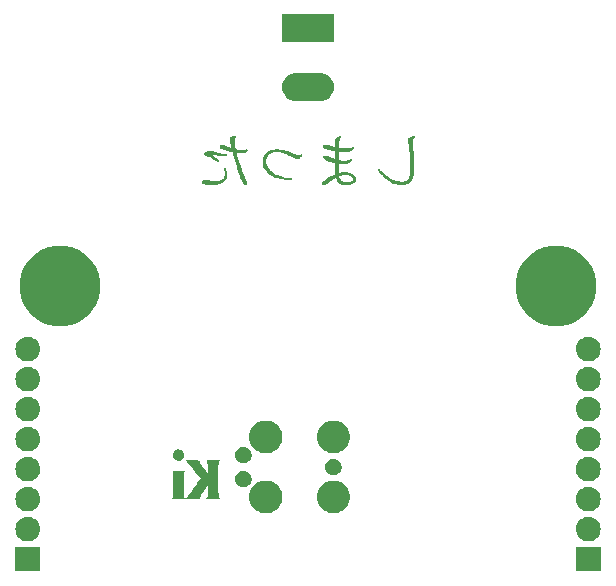
<source format=gbs>
G04 #@! TF.GenerationSoftware,KiCad,Pcbnew,(6.0.0-rc1-dev-1425-g4c184f07a)*
G04 #@! TF.CreationDate,2018-12-24T15:04:37+01:00
G04 #@! TF.ProjectId,led_pixel_stm32f030_cree,6c65645f-7069-4786-956c-5f73746d3332,1.1*
G04 #@! TF.SameCoordinates,Original*
G04 #@! TF.FileFunction,Soldermask,Bot*
G04 #@! TF.FilePolarity,Negative*
%FSLAX46Y46*%
G04 Gerber Fmt 4.6, Leading zero omitted, Abs format (unit mm)*
G04 Created by KiCad (PCBNEW (6.0.0-rc1-dev-1425-g4c184f07a)) date 24.12.2018 15:04:37*
%MOMM*%
%LPD*%
G04 APERTURE LIST*
%ADD10C,0.100000*%
%ADD11C,0.010000*%
G04 APERTURE END LIST*
D10*
G36*
X141180409Y-88789654D02*
G01*
X141185303Y-88809947D01*
X141201110Y-88830093D01*
X141229519Y-88851025D01*
X141272217Y-88873675D01*
X141330895Y-88898975D01*
X141407240Y-88927857D01*
X141471983Y-88950666D01*
X141686292Y-89031600D01*
X141882384Y-89120536D01*
X142061988Y-89218360D01*
X142226831Y-89325958D01*
X142279103Y-89364380D01*
X142311908Y-89388589D01*
X142338234Y-89406859D01*
X142353622Y-89416132D01*
X142355438Y-89416702D01*
X142365007Y-89408395D01*
X142377623Y-89388740D01*
X142383737Y-89375568D01*
X142384320Y-89363997D01*
X142377088Y-89350433D01*
X142359760Y-89331283D01*
X142330053Y-89302953D01*
X142313238Y-89287363D01*
X142217943Y-89200903D01*
X142126039Y-89120829D01*
X142040393Y-89049538D01*
X141963875Y-88989429D01*
X141909612Y-88949928D01*
X141867207Y-88919931D01*
X141828937Y-88891798D01*
X141799641Y-88869143D01*
X141786244Y-88857711D01*
X141769740Y-88839568D01*
X141767784Y-88825699D01*
X141776438Y-88810067D01*
X141786207Y-88798535D01*
X141799825Y-88791624D01*
X141822316Y-88788239D01*
X141858708Y-88787282D01*
X141880636Y-88787350D01*
X141918020Y-88788774D01*
X141958120Y-88792981D01*
X142004740Y-88800657D01*
X142061686Y-88812486D01*
X142132761Y-88829154D01*
X142186245Y-88842381D01*
X142320073Y-88875047D01*
X142436323Y-88901233D01*
X142537515Y-88921116D01*
X142626174Y-88934872D01*
X142704822Y-88942678D01*
X142775981Y-88944710D01*
X142842176Y-88941144D01*
X142905927Y-88932157D01*
X142969759Y-88917925D01*
X143027970Y-88901211D01*
X143065435Y-88888577D01*
X143086153Y-88877707D01*
X143093888Y-88865109D01*
X143092407Y-88847297D01*
X143091277Y-88842562D01*
X143084591Y-88815923D01*
X143019223Y-88836703D01*
X142980020Y-88846688D01*
X142937672Y-88852072D01*
X142890260Y-88852496D01*
X142835865Y-88847599D01*
X142772571Y-88837023D01*
X142698457Y-88820408D01*
X142611607Y-88797395D01*
X142510102Y-88767623D01*
X142392023Y-88730733D01*
X142306626Y-88703143D01*
X142204335Y-88670031D01*
X142118872Y-88643192D01*
X142047056Y-88621970D01*
X141985705Y-88605708D01*
X141931638Y-88593750D01*
X141881674Y-88585437D01*
X141832631Y-88580114D01*
X141781328Y-88577125D01*
X141724585Y-88575811D01*
X141688621Y-88575560D01*
X141619838Y-88575686D01*
X141567271Y-88576894D01*
X141525972Y-88579648D01*
X141490989Y-88584408D01*
X141457374Y-88591637D01*
X141426311Y-88600029D01*
X141352485Y-88626047D01*
X141288722Y-88658200D01*
X141237490Y-88694585D01*
X141201258Y-88733299D01*
X141182495Y-88772439D01*
X141180409Y-88789654D01*
X141180409Y-88789654D01*
G37*
X141180409Y-88789654D02*
X141185303Y-88809947D01*
X141201110Y-88830093D01*
X141229519Y-88851025D01*
X141272217Y-88873675D01*
X141330895Y-88898975D01*
X141407240Y-88927857D01*
X141471983Y-88950666D01*
X141686292Y-89031600D01*
X141882384Y-89120536D01*
X142061988Y-89218360D01*
X142226831Y-89325958D01*
X142279103Y-89364380D01*
X142311908Y-89388589D01*
X142338234Y-89406859D01*
X142353622Y-89416132D01*
X142355438Y-89416702D01*
X142365007Y-89408395D01*
X142377623Y-89388740D01*
X142383737Y-89375568D01*
X142384320Y-89363997D01*
X142377088Y-89350433D01*
X142359760Y-89331283D01*
X142330053Y-89302953D01*
X142313238Y-89287363D01*
X142217943Y-89200903D01*
X142126039Y-89120829D01*
X142040393Y-89049538D01*
X141963875Y-88989429D01*
X141909612Y-88949928D01*
X141867207Y-88919931D01*
X141828937Y-88891798D01*
X141799641Y-88869143D01*
X141786244Y-88857711D01*
X141769740Y-88839568D01*
X141767784Y-88825699D01*
X141776438Y-88810067D01*
X141786207Y-88798535D01*
X141799825Y-88791624D01*
X141822316Y-88788239D01*
X141858708Y-88787282D01*
X141880636Y-88787350D01*
X141918020Y-88788774D01*
X141958120Y-88792981D01*
X142004740Y-88800657D01*
X142061686Y-88812486D01*
X142132761Y-88829154D01*
X142186245Y-88842381D01*
X142320073Y-88875047D01*
X142436323Y-88901233D01*
X142537515Y-88921116D01*
X142626174Y-88934872D01*
X142704822Y-88942678D01*
X142775981Y-88944710D01*
X142842176Y-88941144D01*
X142905927Y-88932157D01*
X142969759Y-88917925D01*
X143027970Y-88901211D01*
X143065435Y-88888577D01*
X143086153Y-88877707D01*
X143093888Y-88865109D01*
X143092407Y-88847297D01*
X143091277Y-88842562D01*
X143084591Y-88815923D01*
X143019223Y-88836703D01*
X142980020Y-88846688D01*
X142937672Y-88852072D01*
X142890260Y-88852496D01*
X142835865Y-88847599D01*
X142772571Y-88837023D01*
X142698457Y-88820408D01*
X142611607Y-88797395D01*
X142510102Y-88767623D01*
X142392023Y-88730733D01*
X142306626Y-88703143D01*
X142204335Y-88670031D01*
X142118872Y-88643192D01*
X142047056Y-88621970D01*
X141985705Y-88605708D01*
X141931638Y-88593750D01*
X141881674Y-88585437D01*
X141832631Y-88580114D01*
X141781328Y-88577125D01*
X141724585Y-88575811D01*
X141688621Y-88575560D01*
X141619838Y-88575686D01*
X141567271Y-88576894D01*
X141525972Y-88579648D01*
X141490989Y-88584408D01*
X141457374Y-88591637D01*
X141426311Y-88600029D01*
X141352485Y-88626047D01*
X141288722Y-88658200D01*
X141237490Y-88694585D01*
X141201258Y-88733299D01*
X141182495Y-88772439D01*
X141180409Y-88789654D01*
G36*
X146149189Y-89358469D02*
G01*
X146151762Y-89516517D01*
X146175026Y-89672791D01*
X146218496Y-89825616D01*
X146281687Y-89973320D01*
X146364116Y-90114229D01*
X146370931Y-90124288D01*
X146421793Y-90191052D01*
X146486248Y-90264043D01*
X146559643Y-90338741D01*
X146637322Y-90410627D01*
X146714634Y-90475179D01*
X146785484Y-90526922D01*
X146926311Y-90612282D01*
X147077575Y-90687248D01*
X147240554Y-90752163D01*
X147416524Y-90807370D01*
X147606764Y-90853213D01*
X147812550Y-90890033D01*
X148035159Y-90918175D01*
X148275869Y-90937981D01*
X148327137Y-90941019D01*
X148408562Y-90945489D01*
X148471360Y-90948680D01*
X148518041Y-90950548D01*
X148551118Y-90951046D01*
X148573101Y-90950128D01*
X148586503Y-90947747D01*
X148593835Y-90943859D01*
X148597609Y-90938417D01*
X148598589Y-90936043D01*
X148600820Y-90909856D01*
X148584927Y-90893491D01*
X148555759Y-90888398D01*
X148522132Y-90886657D01*
X148471638Y-90881799D01*
X148408265Y-90874377D01*
X148336003Y-90864941D01*
X148258838Y-90854043D01*
X148180761Y-90842235D01*
X148105758Y-90830067D01*
X148037820Y-90818091D01*
X148012966Y-90813371D01*
X147801656Y-90765395D01*
X147601246Y-90706266D01*
X147412660Y-90636630D01*
X147236824Y-90557136D01*
X147074660Y-90468431D01*
X146927095Y-90371162D01*
X146795051Y-90265977D01*
X146679453Y-90153523D01*
X146581226Y-90034447D01*
X146501293Y-89909397D01*
X146440580Y-89779020D01*
X146411932Y-89691983D01*
X146382433Y-89550697D01*
X146373202Y-89414886D01*
X146383846Y-89285395D01*
X146413972Y-89163068D01*
X146463185Y-89048749D01*
X146531093Y-88943281D01*
X146617301Y-88847509D01*
X146721415Y-88762275D01*
X146843042Y-88688425D01*
X146891239Y-88664695D01*
X146966125Y-88632462D01*
X147036245Y-88608556D01*
X147106952Y-88591943D01*
X147183603Y-88581587D01*
X147271550Y-88576454D01*
X147353064Y-88575411D01*
X147424761Y-88575849D01*
X147480776Y-88577312D01*
X147526597Y-88580320D01*
X147567712Y-88585391D01*
X147609607Y-88593044D01*
X147657771Y-88603801D01*
X147660936Y-88604545D01*
X147745365Y-88625497D01*
X147825395Y-88647796D01*
X147903739Y-88672535D01*
X147983110Y-88700810D01*
X148066221Y-88733714D01*
X148155784Y-88772342D01*
X148254513Y-88817787D01*
X148365120Y-88871143D01*
X148490318Y-88933505D01*
X148544185Y-88960756D01*
X148655914Y-89016793D01*
X148751140Y-89062947D01*
X148831685Y-89099944D01*
X148899372Y-89128514D01*
X148956022Y-89149383D01*
X149003457Y-89163280D01*
X149043501Y-89170931D01*
X149075850Y-89173080D01*
X149141829Y-89162718D01*
X149208886Y-89132840D01*
X149274903Y-89084863D01*
X149337762Y-89020205D01*
X149372756Y-88974454D01*
X149394948Y-88942212D01*
X149406379Y-88921931D01*
X149408506Y-88908279D01*
X149402786Y-88895921D01*
X149396548Y-88887379D01*
X149377227Y-88861765D01*
X149342314Y-88895899D01*
X149298674Y-88928256D01*
X149249364Y-88943522D01*
X149190210Y-88942753D01*
X149169735Y-88939519D01*
X149115597Y-88926628D01*
X149043422Y-88904745D01*
X148954180Y-88874211D01*
X148848842Y-88835367D01*
X148728379Y-88788555D01*
X148644769Y-88754968D01*
X148430335Y-88671307D01*
X148230614Y-88600782D01*
X148043952Y-88543089D01*
X147868696Y-88497925D01*
X147703194Y-88464987D01*
X147545792Y-88443971D01*
X147394839Y-88434576D01*
X147248680Y-88436497D01*
X147105664Y-88449431D01*
X147035432Y-88459831D01*
X146879335Y-88494458D01*
X146737901Y-88543992D01*
X146610320Y-88608884D01*
X146495780Y-88689583D01*
X146393472Y-88786540D01*
X146344645Y-88843774D01*
X146266428Y-88957150D01*
X146208470Y-89075534D01*
X146170109Y-89200673D01*
X146150680Y-89334314D01*
X146149189Y-89358469D01*
X146149189Y-89358469D01*
G37*
X146149189Y-89358469D02*
X146151762Y-89516517D01*
X146175026Y-89672791D01*
X146218496Y-89825616D01*
X146281687Y-89973320D01*
X146364116Y-90114229D01*
X146370931Y-90124288D01*
X146421793Y-90191052D01*
X146486248Y-90264043D01*
X146559643Y-90338741D01*
X146637322Y-90410627D01*
X146714634Y-90475179D01*
X146785484Y-90526922D01*
X146926311Y-90612282D01*
X147077575Y-90687248D01*
X147240554Y-90752163D01*
X147416524Y-90807370D01*
X147606764Y-90853213D01*
X147812550Y-90890033D01*
X148035159Y-90918175D01*
X148275869Y-90937981D01*
X148327137Y-90941019D01*
X148408562Y-90945489D01*
X148471360Y-90948680D01*
X148518041Y-90950548D01*
X148551118Y-90951046D01*
X148573101Y-90950128D01*
X148586503Y-90947747D01*
X148593835Y-90943859D01*
X148597609Y-90938417D01*
X148598589Y-90936043D01*
X148600820Y-90909856D01*
X148584927Y-90893491D01*
X148555759Y-90888398D01*
X148522132Y-90886657D01*
X148471638Y-90881799D01*
X148408265Y-90874377D01*
X148336003Y-90864941D01*
X148258838Y-90854043D01*
X148180761Y-90842235D01*
X148105758Y-90830067D01*
X148037820Y-90818091D01*
X148012966Y-90813371D01*
X147801656Y-90765395D01*
X147601246Y-90706266D01*
X147412660Y-90636630D01*
X147236824Y-90557136D01*
X147074660Y-90468431D01*
X146927095Y-90371162D01*
X146795051Y-90265977D01*
X146679453Y-90153523D01*
X146581226Y-90034447D01*
X146501293Y-89909397D01*
X146440580Y-89779020D01*
X146411932Y-89691983D01*
X146382433Y-89550697D01*
X146373202Y-89414886D01*
X146383846Y-89285395D01*
X146413972Y-89163068D01*
X146463185Y-89048749D01*
X146531093Y-88943281D01*
X146617301Y-88847509D01*
X146721415Y-88762275D01*
X146843042Y-88688425D01*
X146891239Y-88664695D01*
X146966125Y-88632462D01*
X147036245Y-88608556D01*
X147106952Y-88591943D01*
X147183603Y-88581587D01*
X147271550Y-88576454D01*
X147353064Y-88575411D01*
X147424761Y-88575849D01*
X147480776Y-88577312D01*
X147526597Y-88580320D01*
X147567712Y-88585391D01*
X147609607Y-88593044D01*
X147657771Y-88603801D01*
X147660936Y-88604545D01*
X147745365Y-88625497D01*
X147825395Y-88647796D01*
X147903739Y-88672535D01*
X147983110Y-88700810D01*
X148066221Y-88733714D01*
X148155784Y-88772342D01*
X148254513Y-88817787D01*
X148365120Y-88871143D01*
X148490318Y-88933505D01*
X148544185Y-88960756D01*
X148655914Y-89016793D01*
X148751140Y-89062947D01*
X148831685Y-89099944D01*
X148899372Y-89128514D01*
X148956022Y-89149383D01*
X149003457Y-89163280D01*
X149043501Y-89170931D01*
X149075850Y-89173080D01*
X149141829Y-89162718D01*
X149208886Y-89132840D01*
X149274903Y-89084863D01*
X149337762Y-89020205D01*
X149372756Y-88974454D01*
X149394948Y-88942212D01*
X149406379Y-88921931D01*
X149408506Y-88908279D01*
X149402786Y-88895921D01*
X149396548Y-88887379D01*
X149377227Y-88861765D01*
X149342314Y-88895899D01*
X149298674Y-88928256D01*
X149249364Y-88943522D01*
X149190210Y-88942753D01*
X149169735Y-88939519D01*
X149115597Y-88926628D01*
X149043422Y-88904745D01*
X148954180Y-88874211D01*
X148848842Y-88835367D01*
X148728379Y-88788555D01*
X148644769Y-88754968D01*
X148430335Y-88671307D01*
X148230614Y-88600782D01*
X148043952Y-88543089D01*
X147868696Y-88497925D01*
X147703194Y-88464987D01*
X147545792Y-88443971D01*
X147394839Y-88434576D01*
X147248680Y-88436497D01*
X147105664Y-88449431D01*
X147035432Y-88459831D01*
X146879335Y-88494458D01*
X146737901Y-88543992D01*
X146610320Y-88608884D01*
X146495780Y-88689583D01*
X146393472Y-88786540D01*
X146344645Y-88843774D01*
X146266428Y-88957150D01*
X146208470Y-89075534D01*
X146170109Y-89200673D01*
X146150680Y-89334314D01*
X146149189Y-89358469D01*
G36*
X141011005Y-91188196D02*
G01*
X141017506Y-91219988D01*
X141037727Y-91247933D01*
X141072744Y-91272401D01*
X141123634Y-91293763D01*
X141191472Y-91312390D01*
X141277336Y-91328653D01*
X141382300Y-91342923D01*
X141492747Y-91354256D01*
X141533098Y-91356896D01*
X141588792Y-91359109D01*
X141655872Y-91360870D01*
X141730382Y-91362155D01*
X141808366Y-91362940D01*
X141885867Y-91363203D01*
X141958929Y-91362919D01*
X142023595Y-91362065D01*
X142075910Y-91360617D01*
X142111916Y-91358551D01*
X142117424Y-91357992D01*
X142276683Y-91334563D01*
X142418059Y-91302886D01*
X142543493Y-91262157D01*
X142654928Y-91211572D01*
X142754304Y-91150326D01*
X142843562Y-91077616D01*
X142879742Y-91042186D01*
X142960800Y-90945307D01*
X143021352Y-90843181D01*
X143061441Y-90735674D01*
X143081110Y-90622653D01*
X143080402Y-90503984D01*
X143072355Y-90442105D01*
X143052804Y-90349741D01*
X143025258Y-90250972D01*
X142992620Y-90155261D01*
X142960775Y-90078436D01*
X142931369Y-90014909D01*
X142913108Y-90042760D01*
X142904157Y-90058211D01*
X142900559Y-90073220D01*
X142902497Y-90093695D01*
X142910151Y-90125546D01*
X142916340Y-90148168D01*
X142944459Y-90271978D01*
X142959351Y-90390922D01*
X142960825Y-90501585D01*
X142948687Y-90600554D01*
X142943166Y-90624385D01*
X142905810Y-90727783D01*
X142850275Y-90822791D01*
X142778664Y-90907104D01*
X142693078Y-90978419D01*
X142595622Y-91034432D01*
X142552286Y-91052604D01*
X142485573Y-91075430D01*
X142420341Y-91092383D01*
X142351815Y-91104143D01*
X142275216Y-91111390D01*
X142185768Y-91114805D01*
X142112130Y-91115276D01*
X142036116Y-91114497D01*
X141970037Y-91112245D01*
X141909508Y-91107902D01*
X141850147Y-91100849D01*
X141787571Y-91090469D01*
X141717394Y-91076143D01*
X141635235Y-91057255D01*
X141545752Y-91035428D01*
X141458139Y-91014444D01*
X141387605Y-90999453D01*
X141331018Y-90990128D01*
X141285246Y-90986146D01*
X141247158Y-90987178D01*
X141213620Y-90992900D01*
X141193436Y-90998759D01*
X141142097Y-91022433D01*
X141094370Y-91056325D01*
X141054128Y-91096416D01*
X141025243Y-91138685D01*
X141011586Y-91179111D01*
X141011005Y-91188196D01*
X141011005Y-91188196D01*
G37*
X141011005Y-91188196D02*
X141017506Y-91219988D01*
X141037727Y-91247933D01*
X141072744Y-91272401D01*
X141123634Y-91293763D01*
X141191472Y-91312390D01*
X141277336Y-91328653D01*
X141382300Y-91342923D01*
X141492747Y-91354256D01*
X141533098Y-91356896D01*
X141588792Y-91359109D01*
X141655872Y-91360870D01*
X141730382Y-91362155D01*
X141808366Y-91362940D01*
X141885867Y-91363203D01*
X141958929Y-91362919D01*
X142023595Y-91362065D01*
X142075910Y-91360617D01*
X142111916Y-91358551D01*
X142117424Y-91357992D01*
X142276683Y-91334563D01*
X142418059Y-91302886D01*
X142543493Y-91262157D01*
X142654928Y-91211572D01*
X142754304Y-91150326D01*
X142843562Y-91077616D01*
X142879742Y-91042186D01*
X142960800Y-90945307D01*
X143021352Y-90843181D01*
X143061441Y-90735674D01*
X143081110Y-90622653D01*
X143080402Y-90503984D01*
X143072355Y-90442105D01*
X143052804Y-90349741D01*
X143025258Y-90250972D01*
X142992620Y-90155261D01*
X142960775Y-90078436D01*
X142931369Y-90014909D01*
X142913108Y-90042760D01*
X142904157Y-90058211D01*
X142900559Y-90073220D01*
X142902497Y-90093695D01*
X142910151Y-90125546D01*
X142916340Y-90148168D01*
X142944459Y-90271978D01*
X142959351Y-90390922D01*
X142960825Y-90501585D01*
X142948687Y-90600554D01*
X142943166Y-90624385D01*
X142905810Y-90727783D01*
X142850275Y-90822791D01*
X142778664Y-90907104D01*
X142693078Y-90978419D01*
X142595622Y-91034432D01*
X142552286Y-91052604D01*
X142485573Y-91075430D01*
X142420341Y-91092383D01*
X142351815Y-91104143D01*
X142275216Y-91111390D01*
X142185768Y-91114805D01*
X142112130Y-91115276D01*
X142036116Y-91114497D01*
X141970037Y-91112245D01*
X141909508Y-91107902D01*
X141850147Y-91100849D01*
X141787571Y-91090469D01*
X141717394Y-91076143D01*
X141635235Y-91057255D01*
X141545752Y-91035428D01*
X141458139Y-91014444D01*
X141387605Y-90999453D01*
X141331018Y-90990128D01*
X141285246Y-90986146D01*
X141247158Y-90987178D01*
X141213620Y-90992900D01*
X141193436Y-90998759D01*
X141142097Y-91022433D01*
X141094370Y-91056325D01*
X141054128Y-91096416D01*
X141025243Y-91138685D01*
X141011586Y-91179111D01*
X141011005Y-91188196D01*
G36*
X155937798Y-90157423D02*
G01*
X155938760Y-90171437D01*
X155950397Y-90189457D01*
X155994247Y-90246594D01*
X156051244Y-90314840D01*
X156118724Y-90391223D01*
X156194022Y-90472769D01*
X156274471Y-90556505D01*
X156325374Y-90607823D01*
X156457570Y-90734689D01*
X156583617Y-90845382D01*
X156707042Y-90942568D01*
X156831374Y-91028909D01*
X156960139Y-91107070D01*
X157053516Y-91157676D01*
X157230713Y-91240267D01*
X157407359Y-91304347D01*
X157582078Y-91349618D01*
X157753496Y-91375777D01*
X157920238Y-91382527D01*
X158045414Y-91374211D01*
X158178349Y-91350444D01*
X158304262Y-91311490D01*
X158420676Y-91258670D01*
X158525110Y-91193303D01*
X158615087Y-91116710D01*
X158686123Y-91033053D01*
X158745047Y-90938406D01*
X158794670Y-90833055D01*
X158835452Y-90715294D01*
X158867854Y-90583415D01*
X158892335Y-90435710D01*
X158909357Y-90270472D01*
X158915020Y-90184313D01*
X158918467Y-90090180D01*
X158919637Y-89977718D01*
X158918670Y-89849635D01*
X158915704Y-89708640D01*
X158910877Y-89557441D01*
X158904326Y-89398746D01*
X158896190Y-89235263D01*
X158886606Y-89069702D01*
X158875714Y-88904770D01*
X158863651Y-88743176D01*
X158850555Y-88587628D01*
X158836564Y-88440835D01*
X158821817Y-88305505D01*
X158817313Y-88267932D01*
X158806555Y-88169006D01*
X158799309Y-88073430D01*
X158795126Y-87973302D01*
X158793556Y-87860718D01*
X158793528Y-87849716D01*
X158793525Y-87773670D01*
X158794011Y-87715397D01*
X158795266Y-87671497D01*
X158797572Y-87638569D01*
X158801209Y-87613211D01*
X158806460Y-87592023D01*
X158813605Y-87571603D01*
X158817289Y-87562313D01*
X158851875Y-87492352D01*
X158893115Y-87434844D01*
X158937946Y-87394002D01*
X158941107Y-87391898D01*
X158967174Y-87367502D01*
X158972133Y-87341952D01*
X158958503Y-87318024D01*
X158944943Y-87316270D01*
X158915488Y-87319408D01*
X158874594Y-87326480D01*
X158826717Y-87336529D01*
X158776313Y-87348595D01*
X158727839Y-87361720D01*
X158685749Y-87374946D01*
X158673816Y-87379247D01*
X158604577Y-87411405D01*
X158544528Y-87451207D01*
X158497834Y-87495453D01*
X158471423Y-87534843D01*
X158456182Y-87578599D01*
X158449814Y-87630779D01*
X158452239Y-87694869D01*
X158463373Y-87774355D01*
X158465490Y-87786189D01*
X158509730Y-88036969D01*
X158547624Y-88271397D01*
X158579529Y-88493207D01*
X158605805Y-88706133D01*
X158626810Y-88913910D01*
X158642902Y-89120270D01*
X158654440Y-89328950D01*
X158661782Y-89543681D01*
X158665286Y-89768199D01*
X158665706Y-89871975D01*
X158665581Y-89997149D01*
X158664846Y-90103813D01*
X158663296Y-90194629D01*
X158660725Y-90272258D01*
X158656930Y-90339362D01*
X158651704Y-90398603D01*
X158644842Y-90452642D01*
X158636140Y-90504141D01*
X158625393Y-90555761D01*
X158612396Y-90610165D01*
X158607295Y-90630286D01*
X158566278Y-90755305D01*
X158511619Y-90864241D01*
X158443600Y-90956965D01*
X158362503Y-91033346D01*
X158268613Y-91093255D01*
X158162210Y-91136562D01*
X158043579Y-91163136D01*
X157913002Y-91172847D01*
X157770762Y-91165566D01*
X157617141Y-91141163D01*
X157536353Y-91122551D01*
X157355164Y-91067454D01*
X157169461Y-90992962D01*
X156980732Y-90899988D01*
X156790467Y-90789444D01*
X156600156Y-90662242D01*
X156411287Y-90519294D01*
X156225350Y-90361512D01*
X156094227Y-90239332D01*
X156047782Y-90194485D01*
X156014071Y-90162675D01*
X155990621Y-90142203D01*
X155974959Y-90131371D01*
X155964612Y-90128479D01*
X155957107Y-90131828D01*
X155949970Y-90139721D01*
X155949703Y-90140052D01*
X155937798Y-90157423D01*
X155937798Y-90157423D01*
G37*
X155937798Y-90157423D02*
X155938760Y-90171437D01*
X155950397Y-90189457D01*
X155994247Y-90246594D01*
X156051244Y-90314840D01*
X156118724Y-90391223D01*
X156194022Y-90472769D01*
X156274471Y-90556505D01*
X156325374Y-90607823D01*
X156457570Y-90734689D01*
X156583617Y-90845382D01*
X156707042Y-90942568D01*
X156831374Y-91028909D01*
X156960139Y-91107070D01*
X157053516Y-91157676D01*
X157230713Y-91240267D01*
X157407359Y-91304347D01*
X157582078Y-91349618D01*
X157753496Y-91375777D01*
X157920238Y-91382527D01*
X158045414Y-91374211D01*
X158178349Y-91350444D01*
X158304262Y-91311490D01*
X158420676Y-91258670D01*
X158525110Y-91193303D01*
X158615087Y-91116710D01*
X158686123Y-91033053D01*
X158745047Y-90938406D01*
X158794670Y-90833055D01*
X158835452Y-90715294D01*
X158867854Y-90583415D01*
X158892335Y-90435710D01*
X158909357Y-90270472D01*
X158915020Y-90184313D01*
X158918467Y-90090180D01*
X158919637Y-89977718D01*
X158918670Y-89849635D01*
X158915704Y-89708640D01*
X158910877Y-89557441D01*
X158904326Y-89398746D01*
X158896190Y-89235263D01*
X158886606Y-89069702D01*
X158875714Y-88904770D01*
X158863651Y-88743176D01*
X158850555Y-88587628D01*
X158836564Y-88440835D01*
X158821817Y-88305505D01*
X158817313Y-88267932D01*
X158806555Y-88169006D01*
X158799309Y-88073430D01*
X158795126Y-87973302D01*
X158793556Y-87860718D01*
X158793528Y-87849716D01*
X158793525Y-87773670D01*
X158794011Y-87715397D01*
X158795266Y-87671497D01*
X158797572Y-87638569D01*
X158801209Y-87613211D01*
X158806460Y-87592023D01*
X158813605Y-87571603D01*
X158817289Y-87562313D01*
X158851875Y-87492352D01*
X158893115Y-87434844D01*
X158937946Y-87394002D01*
X158941107Y-87391898D01*
X158967174Y-87367502D01*
X158972133Y-87341952D01*
X158958503Y-87318024D01*
X158944943Y-87316270D01*
X158915488Y-87319408D01*
X158874594Y-87326480D01*
X158826717Y-87336529D01*
X158776313Y-87348595D01*
X158727839Y-87361720D01*
X158685749Y-87374946D01*
X158673816Y-87379247D01*
X158604577Y-87411405D01*
X158544528Y-87451207D01*
X158497834Y-87495453D01*
X158471423Y-87534843D01*
X158456182Y-87578599D01*
X158449814Y-87630779D01*
X158452239Y-87694869D01*
X158463373Y-87774355D01*
X158465490Y-87786189D01*
X158509730Y-88036969D01*
X158547624Y-88271397D01*
X158579529Y-88493207D01*
X158605805Y-88706133D01*
X158626810Y-88913910D01*
X158642902Y-89120270D01*
X158654440Y-89328950D01*
X158661782Y-89543681D01*
X158665286Y-89768199D01*
X158665706Y-89871975D01*
X158665581Y-89997149D01*
X158664846Y-90103813D01*
X158663296Y-90194629D01*
X158660725Y-90272258D01*
X158656930Y-90339362D01*
X158651704Y-90398603D01*
X158644842Y-90452642D01*
X158636140Y-90504141D01*
X158625393Y-90555761D01*
X158612396Y-90610165D01*
X158607295Y-90630286D01*
X158566278Y-90755305D01*
X158511619Y-90864241D01*
X158443600Y-90956965D01*
X158362503Y-91033346D01*
X158268613Y-91093255D01*
X158162210Y-91136562D01*
X158043579Y-91163136D01*
X157913002Y-91172847D01*
X157770762Y-91165566D01*
X157617141Y-91141163D01*
X157536353Y-91122551D01*
X157355164Y-91067454D01*
X157169461Y-90992962D01*
X156980732Y-90899988D01*
X156790467Y-90789444D01*
X156600156Y-90662242D01*
X156411287Y-90519294D01*
X156225350Y-90361512D01*
X156094227Y-90239332D01*
X156047782Y-90194485D01*
X156014071Y-90162675D01*
X155990621Y-90142203D01*
X155974959Y-90131371D01*
X155964612Y-90128479D01*
X155957107Y-90131828D01*
X155949970Y-90139721D01*
X155949703Y-90140052D01*
X155937798Y-90157423D01*
G36*
X142516307Y-88182305D02*
G01*
X142523459Y-88204500D01*
X142542393Y-88230189D01*
X142547708Y-88236334D01*
X142587779Y-88271275D01*
X142647608Y-88307848D01*
X142725882Y-88345588D01*
X142821290Y-88384027D01*
X142932519Y-88422698D01*
X143058256Y-88461135D01*
X143197187Y-88498870D01*
X143348002Y-88535436D01*
X143454959Y-88559032D01*
X143506778Y-88570254D01*
X143550649Y-88580172D01*
X143582665Y-88587871D01*
X143598919Y-88592436D01*
X143600104Y-88593018D01*
X143603729Y-88603690D01*
X143612584Y-88632754D01*
X143626091Y-88678239D01*
X143643676Y-88738172D01*
X143664763Y-88810581D01*
X143688775Y-88893496D01*
X143715136Y-88984942D01*
X143743270Y-89082949D01*
X143746499Y-89094221D01*
X143821927Y-89354693D01*
X143893659Y-89596182D01*
X143962289Y-89820445D01*
X144028409Y-90029234D01*
X144092612Y-90224306D01*
X144155489Y-90407414D01*
X144217635Y-90580314D01*
X144279640Y-90744759D01*
X144342099Y-90902506D01*
X144405603Y-91055308D01*
X144420678Y-91090540D01*
X144461061Y-91181726D01*
X144495858Y-91254256D01*
X144525916Y-91309650D01*
X144552083Y-91349426D01*
X144575205Y-91375104D01*
X144582736Y-91381042D01*
X144607555Y-91391073D01*
X144641128Y-91396365D01*
X144649310Y-91396610D01*
X144682531Y-91393257D01*
X144706091Y-91379948D01*
X144720427Y-91364797D01*
X144746567Y-91317385D01*
X144755454Y-91257980D01*
X144747046Y-91186923D01*
X144743731Y-91173073D01*
X144738853Y-91154418D01*
X144733805Y-91136830D01*
X144727695Y-91118187D01*
X144719629Y-91096365D01*
X144708717Y-91069241D01*
X144694063Y-91034692D01*
X144674777Y-90990593D01*
X144649964Y-90934822D01*
X144618733Y-90865256D01*
X144580190Y-90779770D01*
X144553728Y-90721160D01*
X144435094Y-90447605D01*
X144321588Y-90164498D01*
X144216062Y-89879332D01*
X144121367Y-89599601D01*
X144093673Y-89511992D01*
X144068979Y-89431088D01*
X144043162Y-89344105D01*
X144016837Y-89253337D01*
X143990622Y-89161074D01*
X143965132Y-89069610D01*
X143940984Y-88981237D01*
X143918794Y-88898248D01*
X143899179Y-88822934D01*
X143882754Y-88757588D01*
X143870137Y-88704502D01*
X143861944Y-88665969D01*
X143858791Y-88644281D01*
X143859332Y-88640435D01*
X143871117Y-88640229D01*
X143899657Y-88643031D01*
X143940821Y-88648354D01*
X143990480Y-88655709D01*
X143996749Y-88656695D01*
X144106521Y-88670067D01*
X144229571Y-88677289D01*
X144309087Y-88678788D01*
X144376274Y-88679014D01*
X144426867Y-88678390D01*
X144465444Y-88676439D01*
X144496584Y-88672685D01*
X144524865Y-88666654D01*
X144554866Y-88657871D01*
X144575447Y-88651131D01*
X144634025Y-88627910D01*
X144693523Y-88598023D01*
X144747821Y-88565011D01*
X144790797Y-88532419D01*
X144805694Y-88517868D01*
X144817336Y-88502946D01*
X144817838Y-88490126D01*
X144806520Y-88471028D01*
X144801277Y-88463607D01*
X144777708Y-88430508D01*
X144749859Y-88456535D01*
X144721806Y-88480878D01*
X144695026Y-88498348D01*
X144665274Y-88510010D01*
X144628305Y-88516930D01*
X144579876Y-88520172D01*
X144515742Y-88520802D01*
X144494373Y-88520656D01*
X144415033Y-88518406D01*
X144337159Y-88512711D01*
X144256513Y-88502955D01*
X144168857Y-88488517D01*
X144069954Y-88468782D01*
X143955566Y-88443130D01*
X143943810Y-88440379D01*
X143891932Y-88428148D01*
X143848079Y-88417700D01*
X143816049Y-88409951D01*
X143799638Y-88405812D01*
X143798308Y-88405400D01*
X143794473Y-88394325D01*
X143787852Y-88365998D01*
X143779128Y-88324057D01*
X143768983Y-88272141D01*
X143758100Y-88213888D01*
X143747162Y-88152935D01*
X143736852Y-88092921D01*
X143727852Y-88037482D01*
X143722159Y-87999608D01*
X143706275Y-87877451D01*
X143696412Y-87773349D01*
X143692659Y-87685031D01*
X143695101Y-87610224D01*
X143703824Y-87546657D01*
X143718915Y-87492058D01*
X143740459Y-87444156D01*
X143743477Y-87438761D01*
X143771306Y-87399314D01*
X143804341Y-87365603D01*
X143817565Y-87355594D01*
X143860311Y-87327306D01*
X143833479Y-87300474D01*
X143817653Y-87285934D01*
X143803181Y-87279242D01*
X143783133Y-87279356D01*
X143750578Y-87285229D01*
X143742842Y-87286821D01*
X143693135Y-87298661D01*
X143636419Y-87314643D01*
X143578160Y-87332959D01*
X143523825Y-87351800D01*
X143478880Y-87369358D01*
X143448793Y-87383826D01*
X143447836Y-87384399D01*
X143419384Y-87405386D01*
X143397100Y-87431079D01*
X143381026Y-87463086D01*
X143371204Y-87503014D01*
X143367677Y-87552470D01*
X143370485Y-87613063D01*
X143379672Y-87686400D01*
X143395279Y-87774089D01*
X143417347Y-87877737D01*
X143445920Y-87998951D01*
X143466007Y-88079999D01*
X143483166Y-88148631D01*
X143498316Y-88209896D01*
X143510777Y-88260988D01*
X143519868Y-88299101D01*
X143524909Y-88321428D01*
X143525671Y-88326164D01*
X143513102Y-88322753D01*
X143483779Y-88313261D01*
X143440865Y-88298796D01*
X143387522Y-88280469D01*
X143326915Y-88259388D01*
X143262206Y-88236663D01*
X143196558Y-88213405D01*
X143133134Y-88190721D01*
X143075097Y-88169722D01*
X143025610Y-88151518D01*
X142996207Y-88140442D01*
X142917429Y-88110361D01*
X142855708Y-88087042D01*
X142808343Y-88069625D01*
X142772635Y-88057250D01*
X142745885Y-88049055D01*
X142725393Y-88044181D01*
X142708460Y-88041766D01*
X142692385Y-88040950D01*
X142683869Y-88040873D01*
X142639673Y-88046214D01*
X142594342Y-88060361D01*
X142556058Y-88080213D01*
X142537335Y-88096434D01*
X142526602Y-88118005D01*
X142518515Y-88148938D01*
X142517640Y-88154648D01*
X142516307Y-88182305D01*
X142516307Y-88182305D01*
G37*
X142516307Y-88182305D02*
X142523459Y-88204500D01*
X142542393Y-88230189D01*
X142547708Y-88236334D01*
X142587779Y-88271275D01*
X142647608Y-88307848D01*
X142725882Y-88345588D01*
X142821290Y-88384027D01*
X142932519Y-88422698D01*
X143058256Y-88461135D01*
X143197187Y-88498870D01*
X143348002Y-88535436D01*
X143454959Y-88559032D01*
X143506778Y-88570254D01*
X143550649Y-88580172D01*
X143582665Y-88587871D01*
X143598919Y-88592436D01*
X143600104Y-88593018D01*
X143603729Y-88603690D01*
X143612584Y-88632754D01*
X143626091Y-88678239D01*
X143643676Y-88738172D01*
X143664763Y-88810581D01*
X143688775Y-88893496D01*
X143715136Y-88984942D01*
X143743270Y-89082949D01*
X143746499Y-89094221D01*
X143821927Y-89354693D01*
X143893659Y-89596182D01*
X143962289Y-89820445D01*
X144028409Y-90029234D01*
X144092612Y-90224306D01*
X144155489Y-90407414D01*
X144217635Y-90580314D01*
X144279640Y-90744759D01*
X144342099Y-90902506D01*
X144405603Y-91055308D01*
X144420678Y-91090540D01*
X144461061Y-91181726D01*
X144495858Y-91254256D01*
X144525916Y-91309650D01*
X144552083Y-91349426D01*
X144575205Y-91375104D01*
X144582736Y-91381042D01*
X144607555Y-91391073D01*
X144641128Y-91396365D01*
X144649310Y-91396610D01*
X144682531Y-91393257D01*
X144706091Y-91379948D01*
X144720427Y-91364797D01*
X144746567Y-91317385D01*
X144755454Y-91257980D01*
X144747046Y-91186923D01*
X144743731Y-91173073D01*
X144738853Y-91154418D01*
X144733805Y-91136830D01*
X144727695Y-91118187D01*
X144719629Y-91096365D01*
X144708717Y-91069241D01*
X144694063Y-91034692D01*
X144674777Y-90990593D01*
X144649964Y-90934822D01*
X144618733Y-90865256D01*
X144580190Y-90779770D01*
X144553728Y-90721160D01*
X144435094Y-90447605D01*
X144321588Y-90164498D01*
X144216062Y-89879332D01*
X144121367Y-89599601D01*
X144093673Y-89511992D01*
X144068979Y-89431088D01*
X144043162Y-89344105D01*
X144016837Y-89253337D01*
X143990622Y-89161074D01*
X143965132Y-89069610D01*
X143940984Y-88981237D01*
X143918794Y-88898248D01*
X143899179Y-88822934D01*
X143882754Y-88757588D01*
X143870137Y-88704502D01*
X143861944Y-88665969D01*
X143858791Y-88644281D01*
X143859332Y-88640435D01*
X143871117Y-88640229D01*
X143899657Y-88643031D01*
X143940821Y-88648354D01*
X143990480Y-88655709D01*
X143996749Y-88656695D01*
X144106521Y-88670067D01*
X144229571Y-88677289D01*
X144309087Y-88678788D01*
X144376274Y-88679014D01*
X144426867Y-88678390D01*
X144465444Y-88676439D01*
X144496584Y-88672685D01*
X144524865Y-88666654D01*
X144554866Y-88657871D01*
X144575447Y-88651131D01*
X144634025Y-88627910D01*
X144693523Y-88598023D01*
X144747821Y-88565011D01*
X144790797Y-88532419D01*
X144805694Y-88517868D01*
X144817336Y-88502946D01*
X144817838Y-88490126D01*
X144806520Y-88471028D01*
X144801277Y-88463607D01*
X144777708Y-88430508D01*
X144749859Y-88456535D01*
X144721806Y-88480878D01*
X144695026Y-88498348D01*
X144665274Y-88510010D01*
X144628305Y-88516930D01*
X144579876Y-88520172D01*
X144515742Y-88520802D01*
X144494373Y-88520656D01*
X144415033Y-88518406D01*
X144337159Y-88512711D01*
X144256513Y-88502955D01*
X144168857Y-88488517D01*
X144069954Y-88468782D01*
X143955566Y-88443130D01*
X143943810Y-88440379D01*
X143891932Y-88428148D01*
X143848079Y-88417700D01*
X143816049Y-88409951D01*
X143799638Y-88405812D01*
X143798308Y-88405400D01*
X143794473Y-88394325D01*
X143787852Y-88365998D01*
X143779128Y-88324057D01*
X143768983Y-88272141D01*
X143758100Y-88213888D01*
X143747162Y-88152935D01*
X143736852Y-88092921D01*
X143727852Y-88037482D01*
X143722159Y-87999608D01*
X143706275Y-87877451D01*
X143696412Y-87773349D01*
X143692659Y-87685031D01*
X143695101Y-87610224D01*
X143703824Y-87546657D01*
X143718915Y-87492058D01*
X143740459Y-87444156D01*
X143743477Y-87438761D01*
X143771306Y-87399314D01*
X143804341Y-87365603D01*
X143817565Y-87355594D01*
X143860311Y-87327306D01*
X143833479Y-87300474D01*
X143817653Y-87285934D01*
X143803181Y-87279242D01*
X143783133Y-87279356D01*
X143750578Y-87285229D01*
X143742842Y-87286821D01*
X143693135Y-87298661D01*
X143636419Y-87314643D01*
X143578160Y-87332959D01*
X143523825Y-87351800D01*
X143478880Y-87369358D01*
X143448793Y-87383826D01*
X143447836Y-87384399D01*
X143419384Y-87405386D01*
X143397100Y-87431079D01*
X143381026Y-87463086D01*
X143371204Y-87503014D01*
X143367677Y-87552470D01*
X143370485Y-87613063D01*
X143379672Y-87686400D01*
X143395279Y-87774089D01*
X143417347Y-87877737D01*
X143445920Y-87998951D01*
X143466007Y-88079999D01*
X143483166Y-88148631D01*
X143498316Y-88209896D01*
X143510777Y-88260988D01*
X143519868Y-88299101D01*
X143524909Y-88321428D01*
X143525671Y-88326164D01*
X143513102Y-88322753D01*
X143483779Y-88313261D01*
X143440865Y-88298796D01*
X143387522Y-88280469D01*
X143326915Y-88259388D01*
X143262206Y-88236663D01*
X143196558Y-88213405D01*
X143133134Y-88190721D01*
X143075097Y-88169722D01*
X143025610Y-88151518D01*
X142996207Y-88140442D01*
X142917429Y-88110361D01*
X142855708Y-88087042D01*
X142808343Y-88069625D01*
X142772635Y-88057250D01*
X142745885Y-88049055D01*
X142725393Y-88044181D01*
X142708460Y-88041766D01*
X142692385Y-88040950D01*
X142683869Y-88040873D01*
X142639673Y-88046214D01*
X142594342Y-88060361D01*
X142556058Y-88080213D01*
X142537335Y-88096434D01*
X142526602Y-88118005D01*
X142518515Y-88148938D01*
X142517640Y-88154648D01*
X142516307Y-88182305D01*
G36*
X151185927Y-91306905D02*
G01*
X151192723Y-91353001D01*
X151213517Y-91383395D01*
X151248538Y-91398244D01*
X151298016Y-91397704D01*
X151315557Y-91394597D01*
X151352184Y-91383806D01*
X151396795Y-91364617D01*
X151450916Y-91336143D01*
X151516072Y-91297500D01*
X151593788Y-91247804D01*
X151685590Y-91186167D01*
X151743564Y-91146214D01*
X151818043Y-91094870D01*
X151898104Y-91040314D01*
X151978698Y-90985942D01*
X152054777Y-90935153D01*
X152121291Y-90891343D01*
X152151170Y-90871966D01*
X152211456Y-90833447D01*
X152256450Y-90805535D01*
X152288454Y-90787051D01*
X152309768Y-90776815D01*
X152322694Y-90773648D01*
X152329530Y-90776369D01*
X152331387Y-90779577D01*
X152338955Y-90798883D01*
X152351392Y-90830723D01*
X152364712Y-90864881D01*
X152418943Y-90978256D01*
X152488124Y-91077452D01*
X152550875Y-91140907D01*
X152550875Y-90670986D01*
X152560053Y-90654002D01*
X152580191Y-90640302D01*
X152612350Y-90625686D01*
X152619114Y-90622797D01*
X152750625Y-90577090D01*
X152892728Y-90546896D01*
X153040940Y-90532862D01*
X153190775Y-90535632D01*
X153212352Y-90537465D01*
X153353872Y-90556358D01*
X153477423Y-90584797D01*
X153582774Y-90622674D01*
X153669695Y-90669883D01*
X153737953Y-90726317D01*
X153787318Y-90791869D01*
X153795198Y-90806655D01*
X153815762Y-90866152D01*
X153822358Y-90929494D01*
X153814492Y-90988804D01*
X153807872Y-91008016D01*
X153784533Y-91044582D01*
X153746730Y-91082671D01*
X153700077Y-91117083D01*
X153674429Y-91131671D01*
X153601557Y-91160949D01*
X153513341Y-91183636D01*
X153414699Y-91199287D01*
X153310550Y-91207460D01*
X153205812Y-91207710D01*
X153105405Y-91199593D01*
X153040940Y-91188824D01*
X152930425Y-91155450D01*
X152830556Y-91104605D01*
X152742921Y-91037679D01*
X152669108Y-90956063D01*
X152610702Y-90861147D01*
X152578496Y-90783636D01*
X152561157Y-90731604D01*
X152551596Y-90695453D01*
X152550875Y-90670986D01*
X152550875Y-91140907D01*
X152573207Y-91163490D01*
X152675144Y-91237394D01*
X152749674Y-91278800D01*
X152851404Y-91321519D01*
X152960908Y-91352679D01*
X153075750Y-91372664D01*
X153193488Y-91381855D01*
X153311686Y-91380636D01*
X153427904Y-91369389D01*
X153539703Y-91348497D01*
X153644645Y-91318342D01*
X153740290Y-91279307D01*
X153824201Y-91231775D01*
X153893938Y-91176128D01*
X153947063Y-91112749D01*
X153961339Y-91088702D01*
X153972949Y-91064199D01*
X153980334Y-91039455D01*
X153984402Y-91008709D01*
X153986065Y-90966201D01*
X153986286Y-90930749D01*
X153985792Y-90878987D01*
X153983583Y-90842293D01*
X153978571Y-90814571D01*
X153969669Y-90789725D01*
X153956279Y-90762586D01*
X153902501Y-90681813D01*
X153830348Y-90606851D01*
X153742156Y-90539111D01*
X153640264Y-90480002D01*
X153527009Y-90430935D01*
X153404729Y-90393319D01*
X153312241Y-90374090D01*
X153224283Y-90363977D01*
X153122263Y-90359868D01*
X153012360Y-90361542D01*
X152900753Y-90368780D01*
X152793621Y-90381362D01*
X152714141Y-90395367D01*
X152661914Y-90406662D01*
X152615026Y-90417483D01*
X152578632Y-90426596D01*
X152557972Y-90432733D01*
X152530471Y-90443189D01*
X152530484Y-90281988D01*
X152530886Y-90232769D01*
X152532007Y-90171852D01*
X152533729Y-90102335D01*
X152535937Y-90027316D01*
X152538511Y-89949892D01*
X152541334Y-89873161D01*
X152544290Y-89800221D01*
X152547261Y-89734170D01*
X152550128Y-89678105D01*
X152552776Y-89635125D01*
X152555087Y-89608327D01*
X152556280Y-89601250D01*
X152567830Y-89595652D01*
X152597738Y-89595227D01*
X152637931Y-89598844D01*
X152675334Y-89601885D01*
X152728339Y-89604518D01*
X152791373Y-89606550D01*
X152858860Y-89607784D01*
X152901042Y-89608063D01*
X153008550Y-89606307D01*
X153099664Y-89600115D01*
X153178856Y-89588676D01*
X153250597Y-89571175D01*
X153319357Y-89546799D01*
X153375133Y-89521847D01*
X153428133Y-89493925D01*
X153472789Y-89464131D01*
X153516971Y-89426754D01*
X153549542Y-89395310D01*
X153582803Y-89361184D01*
X153609589Y-89331951D01*
X153626800Y-89311107D01*
X153631597Y-89302738D01*
X153623596Y-89289872D01*
X153605214Y-89274798D01*
X153588088Y-89265230D01*
X153573297Y-89264575D01*
X153553232Y-89273956D01*
X153535053Y-89285147D01*
X153447074Y-89329897D01*
X153343341Y-89363997D01*
X153226522Y-89387235D01*
X153099287Y-89399399D01*
X152964306Y-89400278D01*
X152824248Y-89389658D01*
X152681783Y-89367328D01*
X152632499Y-89356856D01*
X152559828Y-89340343D01*
X152566209Y-89301761D01*
X152567726Y-89282181D01*
X152569121Y-89244196D01*
X152570349Y-89190576D01*
X152571366Y-89124092D01*
X152572127Y-89047513D01*
X152572586Y-88963611D01*
X152572706Y-88899018D01*
X152572822Y-88534857D01*
X152644290Y-88541603D01*
X152742480Y-88549798D01*
X152844689Y-88556402D01*
X152946910Y-88561297D01*
X153045141Y-88564368D01*
X153135376Y-88565498D01*
X153213611Y-88564572D01*
X153275842Y-88561473D01*
X153288886Y-88560299D01*
X153414672Y-88541092D01*
X153523703Y-88510284D01*
X153617394Y-88467144D01*
X153697162Y-88410944D01*
X153764423Y-88340954D01*
X153794254Y-88299884D01*
X153810677Y-88273754D01*
X153820715Y-88255218D01*
X153822176Y-88250810D01*
X153814265Y-88240757D01*
X153795226Y-88226239D01*
X153795073Y-88226139D01*
X153778295Y-88216492D01*
X153765002Y-88216002D01*
X153748468Y-88226530D01*
X153727638Y-88244818D01*
X153685062Y-88276896D01*
X153634251Y-88302628D01*
X153573029Y-88322463D01*
X153499219Y-88336851D01*
X153410644Y-88346239D01*
X153305129Y-88351077D01*
X153208087Y-88351977D01*
X153118644Y-88351137D01*
X153040991Y-88348877D01*
X152969172Y-88344707D01*
X152897229Y-88338135D01*
X152819205Y-88328670D01*
X152729144Y-88315820D01*
X152681347Y-88308531D01*
X152572822Y-88291744D01*
X152573006Y-87993969D01*
X152573501Y-87888078D01*
X152575058Y-87800600D01*
X152578005Y-87728785D01*
X152582667Y-87669885D01*
X152589370Y-87621149D01*
X152598439Y-87579828D01*
X152610201Y-87543173D01*
X152624982Y-87508433D01*
X152632337Y-87493418D01*
X152655053Y-87455184D01*
X152681977Y-87418955D01*
X152695917Y-87403736D01*
X152722369Y-87372831D01*
X152730887Y-87347079D01*
X152722991Y-87323105D01*
X152708594Y-87318737D01*
X152678736Y-87321711D01*
X152637320Y-87330793D01*
X152588245Y-87344750D01*
X152535414Y-87362350D01*
X152482729Y-87382360D01*
X152434090Y-87403547D01*
X152393399Y-87424677D01*
X152384533Y-87430054D01*
X152336718Y-87467207D01*
X152298689Y-87510402D01*
X152274713Y-87554369D01*
X152269906Y-87571561D01*
X152268155Y-87595637D01*
X152268192Y-87636193D01*
X152269889Y-87688624D01*
X152273122Y-87748321D01*
X152275783Y-87786189D01*
X152281011Y-87858830D01*
X152286103Y-87937333D01*
X152290562Y-88013534D01*
X152293893Y-88079270D01*
X152294604Y-88095881D01*
X152296600Y-88151761D01*
X152297076Y-88189830D01*
X152295736Y-88213417D01*
X152292283Y-88225852D01*
X152286420Y-88230463D01*
X152282560Y-88230874D01*
X152268052Y-88228273D01*
X152235895Y-88220931D01*
X152188907Y-88209545D01*
X152129906Y-88194809D01*
X152061709Y-88177420D01*
X151987134Y-88158071D01*
X151980947Y-88156451D01*
X151857988Y-88124691D01*
X151753317Y-88098688D01*
X151664961Y-88078039D01*
X151590950Y-88062339D01*
X151529311Y-88051184D01*
X151478074Y-88044169D01*
X151435265Y-88040890D01*
X151415736Y-88040528D01*
X151348705Y-88046952D01*
X151296440Y-88065141D01*
X151260220Y-88094249D01*
X151241323Y-88133432D01*
X151238766Y-88157419D01*
X151247673Y-88183096D01*
X151271571Y-88213635D01*
X151306233Y-88245016D01*
X151347427Y-88273217D01*
X151376383Y-88288244D01*
X151414755Y-88302805D01*
X151470707Y-88320400D01*
X151540981Y-88340265D01*
X151622326Y-88361639D01*
X151711486Y-88383757D01*
X151805207Y-88405858D01*
X151900236Y-88427177D01*
X151993317Y-88446952D01*
X152081197Y-88464420D01*
X152160622Y-88478817D01*
X152228336Y-88489382D01*
X152241955Y-88491194D01*
X152297541Y-88498296D01*
X152297541Y-88882352D01*
X152297541Y-89266407D01*
X152162547Y-89216095D01*
X152105718Y-89194582D01*
X152036087Y-89167710D01*
X151960452Y-89138134D01*
X151885611Y-89108504D01*
X151842268Y-89091139D01*
X151749363Y-89054256D01*
X151673016Y-89025309D01*
X151610503Y-89003476D01*
X151559106Y-88987931D01*
X151516102Y-88977850D01*
X151478771Y-88972409D01*
X151445010Y-88970783D01*
X151387073Y-88974220D01*
X151345563Y-88985536D01*
X151316802Y-89005949D01*
X151308655Y-89016055D01*
X151293123Y-89054740D01*
X151297646Y-89096420D01*
X151321491Y-89140050D01*
X151363927Y-89184585D01*
X151424223Y-89228980D01*
X151480605Y-89261494D01*
X151551989Y-89296137D01*
X151639082Y-89333949D01*
X151737001Y-89373161D01*
X151840865Y-89412004D01*
X151945789Y-89448709D01*
X152046893Y-89481507D01*
X152139292Y-89508630D01*
X152215279Y-89527686D01*
X152297127Y-89545788D01*
X152299981Y-90031710D01*
X152302835Y-90517632D01*
X152191664Y-90562046D01*
X152105078Y-90599046D01*
X152007391Y-90644818D01*
X151904936Y-90696115D01*
X151804042Y-90749686D01*
X151711043Y-90802284D01*
X151644449Y-90842832D01*
X151518479Y-90926800D01*
X151412595Y-91005675D01*
X151326861Y-91079393D01*
X151261343Y-91147888D01*
X151216106Y-91211094D01*
X151191214Y-91268944D01*
X151185927Y-91306905D01*
X151185927Y-91306905D01*
G37*
X151185927Y-91306905D02*
X151192723Y-91353001D01*
X151213517Y-91383395D01*
X151248538Y-91398244D01*
X151298016Y-91397704D01*
X151315557Y-91394597D01*
X151352184Y-91383806D01*
X151396795Y-91364617D01*
X151450916Y-91336143D01*
X151516072Y-91297500D01*
X151593788Y-91247804D01*
X151685590Y-91186167D01*
X151743564Y-91146214D01*
X151818043Y-91094870D01*
X151898104Y-91040314D01*
X151978698Y-90985942D01*
X152054777Y-90935153D01*
X152121291Y-90891343D01*
X152151170Y-90871966D01*
X152211456Y-90833447D01*
X152256450Y-90805535D01*
X152288454Y-90787051D01*
X152309768Y-90776815D01*
X152322694Y-90773648D01*
X152329530Y-90776369D01*
X152331387Y-90779577D01*
X152338955Y-90798883D01*
X152351392Y-90830723D01*
X152364712Y-90864881D01*
X152418943Y-90978256D01*
X152488124Y-91077452D01*
X152550875Y-91140907D01*
X152550875Y-90670986D01*
X152560053Y-90654002D01*
X152580191Y-90640302D01*
X152612350Y-90625686D01*
X152619114Y-90622797D01*
X152750625Y-90577090D01*
X152892728Y-90546896D01*
X153040940Y-90532862D01*
X153190775Y-90535632D01*
X153212352Y-90537465D01*
X153353872Y-90556358D01*
X153477423Y-90584797D01*
X153582774Y-90622674D01*
X153669695Y-90669883D01*
X153737953Y-90726317D01*
X153787318Y-90791869D01*
X153795198Y-90806655D01*
X153815762Y-90866152D01*
X153822358Y-90929494D01*
X153814492Y-90988804D01*
X153807872Y-91008016D01*
X153784533Y-91044582D01*
X153746730Y-91082671D01*
X153700077Y-91117083D01*
X153674429Y-91131671D01*
X153601557Y-91160949D01*
X153513341Y-91183636D01*
X153414699Y-91199287D01*
X153310550Y-91207460D01*
X153205812Y-91207710D01*
X153105405Y-91199593D01*
X153040940Y-91188824D01*
X152930425Y-91155450D01*
X152830556Y-91104605D01*
X152742921Y-91037679D01*
X152669108Y-90956063D01*
X152610702Y-90861147D01*
X152578496Y-90783636D01*
X152561157Y-90731604D01*
X152551596Y-90695453D01*
X152550875Y-90670986D01*
X152550875Y-91140907D01*
X152573207Y-91163490D01*
X152675144Y-91237394D01*
X152749674Y-91278800D01*
X152851404Y-91321519D01*
X152960908Y-91352679D01*
X153075750Y-91372664D01*
X153193488Y-91381855D01*
X153311686Y-91380636D01*
X153427904Y-91369389D01*
X153539703Y-91348497D01*
X153644645Y-91318342D01*
X153740290Y-91279307D01*
X153824201Y-91231775D01*
X153893938Y-91176128D01*
X153947063Y-91112749D01*
X153961339Y-91088702D01*
X153972949Y-91064199D01*
X153980334Y-91039455D01*
X153984402Y-91008709D01*
X153986065Y-90966201D01*
X153986286Y-90930749D01*
X153985792Y-90878987D01*
X153983583Y-90842293D01*
X153978571Y-90814571D01*
X153969669Y-90789725D01*
X153956279Y-90762586D01*
X153902501Y-90681813D01*
X153830348Y-90606851D01*
X153742156Y-90539111D01*
X153640264Y-90480002D01*
X153527009Y-90430935D01*
X153404729Y-90393319D01*
X153312241Y-90374090D01*
X153224283Y-90363977D01*
X153122263Y-90359868D01*
X153012360Y-90361542D01*
X152900753Y-90368780D01*
X152793621Y-90381362D01*
X152714141Y-90395367D01*
X152661914Y-90406662D01*
X152615026Y-90417483D01*
X152578632Y-90426596D01*
X152557972Y-90432733D01*
X152530471Y-90443189D01*
X152530484Y-90281988D01*
X152530886Y-90232769D01*
X152532007Y-90171852D01*
X152533729Y-90102335D01*
X152535937Y-90027316D01*
X152538511Y-89949892D01*
X152541334Y-89873161D01*
X152544290Y-89800221D01*
X152547261Y-89734170D01*
X152550128Y-89678105D01*
X152552776Y-89635125D01*
X152555087Y-89608327D01*
X152556280Y-89601250D01*
X152567830Y-89595652D01*
X152597738Y-89595227D01*
X152637931Y-89598844D01*
X152675334Y-89601885D01*
X152728339Y-89604518D01*
X152791373Y-89606550D01*
X152858860Y-89607784D01*
X152901042Y-89608063D01*
X153008550Y-89606307D01*
X153099664Y-89600115D01*
X153178856Y-89588676D01*
X153250597Y-89571175D01*
X153319357Y-89546799D01*
X153375133Y-89521847D01*
X153428133Y-89493925D01*
X153472789Y-89464131D01*
X153516971Y-89426754D01*
X153549542Y-89395310D01*
X153582803Y-89361184D01*
X153609589Y-89331951D01*
X153626800Y-89311107D01*
X153631597Y-89302738D01*
X153623596Y-89289872D01*
X153605214Y-89274798D01*
X153588088Y-89265230D01*
X153573297Y-89264575D01*
X153553232Y-89273956D01*
X153535053Y-89285147D01*
X153447074Y-89329897D01*
X153343341Y-89363997D01*
X153226522Y-89387235D01*
X153099287Y-89399399D01*
X152964306Y-89400278D01*
X152824248Y-89389658D01*
X152681783Y-89367328D01*
X152632499Y-89356856D01*
X152559828Y-89340343D01*
X152566209Y-89301761D01*
X152567726Y-89282181D01*
X152569121Y-89244196D01*
X152570349Y-89190576D01*
X152571366Y-89124092D01*
X152572127Y-89047513D01*
X152572586Y-88963611D01*
X152572706Y-88899018D01*
X152572822Y-88534857D01*
X152644290Y-88541603D01*
X152742480Y-88549798D01*
X152844689Y-88556402D01*
X152946910Y-88561297D01*
X153045141Y-88564368D01*
X153135376Y-88565498D01*
X153213611Y-88564572D01*
X153275842Y-88561473D01*
X153288886Y-88560299D01*
X153414672Y-88541092D01*
X153523703Y-88510284D01*
X153617394Y-88467144D01*
X153697162Y-88410944D01*
X153764423Y-88340954D01*
X153794254Y-88299884D01*
X153810677Y-88273754D01*
X153820715Y-88255218D01*
X153822176Y-88250810D01*
X153814265Y-88240757D01*
X153795226Y-88226239D01*
X153795073Y-88226139D01*
X153778295Y-88216492D01*
X153765002Y-88216002D01*
X153748468Y-88226530D01*
X153727638Y-88244818D01*
X153685062Y-88276896D01*
X153634251Y-88302628D01*
X153573029Y-88322463D01*
X153499219Y-88336851D01*
X153410644Y-88346239D01*
X153305129Y-88351077D01*
X153208087Y-88351977D01*
X153118644Y-88351137D01*
X153040991Y-88348877D01*
X152969172Y-88344707D01*
X152897229Y-88338135D01*
X152819205Y-88328670D01*
X152729144Y-88315820D01*
X152681347Y-88308531D01*
X152572822Y-88291744D01*
X152573006Y-87993969D01*
X152573501Y-87888078D01*
X152575058Y-87800600D01*
X152578005Y-87728785D01*
X152582667Y-87669885D01*
X152589370Y-87621149D01*
X152598439Y-87579828D01*
X152610201Y-87543173D01*
X152624982Y-87508433D01*
X152632337Y-87493418D01*
X152655053Y-87455184D01*
X152681977Y-87418955D01*
X152695917Y-87403736D01*
X152722369Y-87372831D01*
X152730887Y-87347079D01*
X152722991Y-87323105D01*
X152708594Y-87318737D01*
X152678736Y-87321711D01*
X152637320Y-87330793D01*
X152588245Y-87344750D01*
X152535414Y-87362350D01*
X152482729Y-87382360D01*
X152434090Y-87403547D01*
X152393399Y-87424677D01*
X152384533Y-87430054D01*
X152336718Y-87467207D01*
X152298689Y-87510402D01*
X152274713Y-87554369D01*
X152269906Y-87571561D01*
X152268155Y-87595637D01*
X152268192Y-87636193D01*
X152269889Y-87688624D01*
X152273122Y-87748321D01*
X152275783Y-87786189D01*
X152281011Y-87858830D01*
X152286103Y-87937333D01*
X152290562Y-88013534D01*
X152293893Y-88079270D01*
X152294604Y-88095881D01*
X152296600Y-88151761D01*
X152297076Y-88189830D01*
X152295736Y-88213417D01*
X152292283Y-88225852D01*
X152286420Y-88230463D01*
X152282560Y-88230874D01*
X152268052Y-88228273D01*
X152235895Y-88220931D01*
X152188907Y-88209545D01*
X152129906Y-88194809D01*
X152061709Y-88177420D01*
X151987134Y-88158071D01*
X151980947Y-88156451D01*
X151857988Y-88124691D01*
X151753317Y-88098688D01*
X151664961Y-88078039D01*
X151590950Y-88062339D01*
X151529311Y-88051184D01*
X151478074Y-88044169D01*
X151435265Y-88040890D01*
X151415736Y-88040528D01*
X151348705Y-88046952D01*
X151296440Y-88065141D01*
X151260220Y-88094249D01*
X151241323Y-88133432D01*
X151238766Y-88157419D01*
X151247673Y-88183096D01*
X151271571Y-88213635D01*
X151306233Y-88245016D01*
X151347427Y-88273217D01*
X151376383Y-88288244D01*
X151414755Y-88302805D01*
X151470707Y-88320400D01*
X151540981Y-88340265D01*
X151622326Y-88361639D01*
X151711486Y-88383757D01*
X151805207Y-88405858D01*
X151900236Y-88427177D01*
X151993317Y-88446952D01*
X152081197Y-88464420D01*
X152160622Y-88478817D01*
X152228336Y-88489382D01*
X152241955Y-88491194D01*
X152297541Y-88498296D01*
X152297541Y-88882352D01*
X152297541Y-89266407D01*
X152162547Y-89216095D01*
X152105718Y-89194582D01*
X152036087Y-89167710D01*
X151960452Y-89138134D01*
X151885611Y-89108504D01*
X151842268Y-89091139D01*
X151749363Y-89054256D01*
X151673016Y-89025309D01*
X151610503Y-89003476D01*
X151559106Y-88987931D01*
X151516102Y-88977850D01*
X151478771Y-88972409D01*
X151445010Y-88970783D01*
X151387073Y-88974220D01*
X151345563Y-88985536D01*
X151316802Y-89005949D01*
X151308655Y-89016055D01*
X151293123Y-89054740D01*
X151297646Y-89096420D01*
X151321491Y-89140050D01*
X151363927Y-89184585D01*
X151424223Y-89228980D01*
X151480605Y-89261494D01*
X151551989Y-89296137D01*
X151639082Y-89333949D01*
X151737001Y-89373161D01*
X151840865Y-89412004D01*
X151945789Y-89448709D01*
X152046893Y-89481507D01*
X152139292Y-89508630D01*
X152215279Y-89527686D01*
X152297127Y-89545788D01*
X152299981Y-90031710D01*
X152302835Y-90517632D01*
X152191664Y-90562046D01*
X152105078Y-90599046D01*
X152007391Y-90644818D01*
X151904936Y-90696115D01*
X151804042Y-90749686D01*
X151711043Y-90802284D01*
X151644449Y-90842832D01*
X151518479Y-90926800D01*
X151412595Y-91005675D01*
X151326861Y-91079393D01*
X151261343Y-91147888D01*
X151216106Y-91211094D01*
X151191214Y-91268944D01*
X151185927Y-91306905D01*
D11*
G36*
X140178253Y-114757400D02*
G01*
X139632941Y-114757400D01*
X139831721Y-114958787D01*
X140161429Y-115321691D01*
X140375849Y-115595815D01*
X140454297Y-115699400D01*
X140548856Y-115819529D01*
X140648950Y-115943202D01*
X140744002Y-116057419D01*
X140823434Y-116149181D01*
X140848532Y-116176760D01*
X140929964Y-116264212D01*
X140860006Y-116355356D01*
X140724564Y-116544604D01*
X140637022Y-116684050D01*
X140582152Y-116766286D01*
X140520876Y-116845612D01*
X140515727Y-116851607D01*
X140446778Y-116934581D01*
X140366253Y-117037137D01*
X140283058Y-117147288D01*
X140206098Y-117253047D01*
X140144281Y-117342425D01*
X140108624Y-117399547D01*
X140073543Y-117452596D01*
X140015014Y-117531062D01*
X139943180Y-117622252D01*
X139868185Y-117713472D01*
X139800172Y-117792032D01*
X139763800Y-117831020D01*
X139739911Y-117857081D01*
X139697637Y-117904406D01*
X139689523Y-117913570D01*
X139627945Y-117983200D01*
X140754400Y-117983200D01*
X140754400Y-117904923D01*
X140771163Y-117828395D01*
X140818393Y-117723149D01*
X140891507Y-117597239D01*
X140985919Y-117458716D01*
X141073458Y-117344533D01*
X141144732Y-117252313D01*
X141210053Y-117161269D01*
X141257223Y-117088535D01*
X141263329Y-117077833D01*
X141303371Y-117011434D01*
X141338658Y-116963284D01*
X141347301Y-116954500D01*
X141381862Y-116915816D01*
X141422085Y-116859250D01*
X141459774Y-116811093D01*
X141490285Y-116789487D01*
X141491586Y-116789400D01*
X141500462Y-116814091D01*
X141507582Y-116885381D01*
X141512736Y-116999092D01*
X141515717Y-117151044D01*
X141516400Y-117285961D01*
X141515716Y-117465263D01*
X141513305Y-117601270D01*
X141508625Y-117701475D01*
X141501137Y-117773369D01*
X141490302Y-117824443D01*
X141475579Y-117862188D01*
X141474756Y-117863811D01*
X141439283Y-117923491D01*
X141407777Y-117961618D01*
X141404906Y-117963761D01*
X141420403Y-117969323D01*
X141479753Y-117974262D01*
X141576014Y-117978312D01*
X141702241Y-117981207D01*
X141851489Y-117982682D01*
X141903206Y-117982811D01*
X142429711Y-117983200D01*
X142400032Y-117913350D01*
X142371859Y-117854758D01*
X142349776Y-117819370D01*
X142345943Y-117790142D01*
X142342343Y-117714781D01*
X142339041Y-117597951D01*
X142336104Y-117444317D01*
X142333601Y-117258546D01*
X142331596Y-117045302D01*
X142330158Y-116809251D01*
X142329353Y-116555059D01*
X142329201Y-116383290D01*
X142329259Y-116079311D01*
X142329530Y-115821912D01*
X142330154Y-115606874D01*
X142331274Y-115429978D01*
X142333031Y-115287004D01*
X142335567Y-115173733D01*
X142339024Y-115085945D01*
X142343543Y-115019421D01*
X142349267Y-114969941D01*
X142356338Y-114933286D01*
X142364896Y-114905237D01*
X142375084Y-114881574D01*
X142380001Y-114871699D01*
X142410756Y-114809869D01*
X142428810Y-114770660D01*
X142430801Y-114764729D01*
X142406665Y-114762507D01*
X142339312Y-114760556D01*
X142236328Y-114758984D01*
X142105294Y-114757901D01*
X141953795Y-114757415D01*
X141920083Y-114757400D01*
X141746940Y-114757664D01*
X141618371Y-114758831D01*
X141528154Y-114761464D01*
X141470063Y-114766123D01*
X141437876Y-114773372D01*
X141425368Y-114783772D01*
X141426314Y-114797885D01*
X141427836Y-114801850D01*
X141461195Y-114890673D01*
X141485261Y-114979181D01*
X141501420Y-115078141D01*
X141511058Y-115198321D01*
X141515560Y-115350488D01*
X141516400Y-115490088D01*
X141516401Y-115909904D01*
X141440201Y-115836900D01*
X141392587Y-115786557D01*
X141366006Y-115749278D01*
X141364000Y-115742483D01*
X141348863Y-115716550D01*
X141309372Y-115663128D01*
X141254412Y-115593145D01*
X141192868Y-115517529D01*
X141133623Y-115447209D01*
X141085561Y-115393114D01*
X141058761Y-115367000D01*
X141036439Y-115339734D01*
X140998064Y-115283630D01*
X140970198Y-115240000D01*
X140911995Y-115152298D01*
X140849049Y-115065698D01*
X140826701Y-115037362D01*
X140781987Y-114970736D01*
X140756592Y-114909643D01*
X140754400Y-114893390D01*
X140753878Y-114849677D01*
X140748209Y-114816502D01*
X140731238Y-114792412D01*
X140696811Y-114775955D01*
X140638774Y-114765677D01*
X140550972Y-114760127D01*
X140427250Y-114757851D01*
X140261455Y-114757396D01*
X140178253Y-114757400D01*
X140178253Y-114757400D01*
G37*
X140178253Y-114757400D02*
X139632941Y-114757400D01*
X139831721Y-114958787D01*
X140161429Y-115321691D01*
X140375849Y-115595815D01*
X140454297Y-115699400D01*
X140548856Y-115819529D01*
X140648950Y-115943202D01*
X140744002Y-116057419D01*
X140823434Y-116149181D01*
X140848532Y-116176760D01*
X140929964Y-116264212D01*
X140860006Y-116355356D01*
X140724564Y-116544604D01*
X140637022Y-116684050D01*
X140582152Y-116766286D01*
X140520876Y-116845612D01*
X140515727Y-116851607D01*
X140446778Y-116934581D01*
X140366253Y-117037137D01*
X140283058Y-117147288D01*
X140206098Y-117253047D01*
X140144281Y-117342425D01*
X140108624Y-117399547D01*
X140073543Y-117452596D01*
X140015014Y-117531062D01*
X139943180Y-117622252D01*
X139868185Y-117713472D01*
X139800172Y-117792032D01*
X139763800Y-117831020D01*
X139739911Y-117857081D01*
X139697637Y-117904406D01*
X139689523Y-117913570D01*
X139627945Y-117983200D01*
X140754400Y-117983200D01*
X140754400Y-117904923D01*
X140771163Y-117828395D01*
X140818393Y-117723149D01*
X140891507Y-117597239D01*
X140985919Y-117458716D01*
X141073458Y-117344533D01*
X141144732Y-117252313D01*
X141210053Y-117161269D01*
X141257223Y-117088535D01*
X141263329Y-117077833D01*
X141303371Y-117011434D01*
X141338658Y-116963284D01*
X141347301Y-116954500D01*
X141381862Y-116915816D01*
X141422085Y-116859250D01*
X141459774Y-116811093D01*
X141490285Y-116789487D01*
X141491586Y-116789400D01*
X141500462Y-116814091D01*
X141507582Y-116885381D01*
X141512736Y-116999092D01*
X141515717Y-117151044D01*
X141516400Y-117285961D01*
X141515716Y-117465263D01*
X141513305Y-117601270D01*
X141508625Y-117701475D01*
X141501137Y-117773369D01*
X141490302Y-117824443D01*
X141475579Y-117862188D01*
X141474756Y-117863811D01*
X141439283Y-117923491D01*
X141407777Y-117961618D01*
X141404906Y-117963761D01*
X141420403Y-117969323D01*
X141479753Y-117974262D01*
X141576014Y-117978312D01*
X141702241Y-117981207D01*
X141851489Y-117982682D01*
X141903206Y-117982811D01*
X142429711Y-117983200D01*
X142400032Y-117913350D01*
X142371859Y-117854758D01*
X142349776Y-117819370D01*
X142345943Y-117790142D01*
X142342343Y-117714781D01*
X142339041Y-117597951D01*
X142336104Y-117444317D01*
X142333601Y-117258546D01*
X142331596Y-117045302D01*
X142330158Y-116809251D01*
X142329353Y-116555059D01*
X142329201Y-116383290D01*
X142329259Y-116079311D01*
X142329530Y-115821912D01*
X142330154Y-115606874D01*
X142331274Y-115429978D01*
X142333031Y-115287004D01*
X142335567Y-115173733D01*
X142339024Y-115085945D01*
X142343543Y-115019421D01*
X142349267Y-114969941D01*
X142356338Y-114933286D01*
X142364896Y-114905237D01*
X142375084Y-114881574D01*
X142380001Y-114871699D01*
X142410756Y-114809869D01*
X142428810Y-114770660D01*
X142430801Y-114764729D01*
X142406665Y-114762507D01*
X142339312Y-114760556D01*
X142236328Y-114758984D01*
X142105294Y-114757901D01*
X141953795Y-114757415D01*
X141920083Y-114757400D01*
X141746940Y-114757664D01*
X141618371Y-114758831D01*
X141528154Y-114761464D01*
X141470063Y-114766123D01*
X141437876Y-114773372D01*
X141425368Y-114783772D01*
X141426314Y-114797885D01*
X141427836Y-114801850D01*
X141461195Y-114890673D01*
X141485261Y-114979181D01*
X141501420Y-115078141D01*
X141511058Y-115198321D01*
X141515560Y-115350488D01*
X141516400Y-115490088D01*
X141516401Y-115909904D01*
X141440201Y-115836900D01*
X141392587Y-115786557D01*
X141366006Y-115749278D01*
X141364000Y-115742483D01*
X141348863Y-115716550D01*
X141309372Y-115663128D01*
X141254412Y-115593145D01*
X141192868Y-115517529D01*
X141133623Y-115447209D01*
X141085561Y-115393114D01*
X141058761Y-115367000D01*
X141036439Y-115339734D01*
X140998064Y-115283630D01*
X140970198Y-115240000D01*
X140911995Y-115152298D01*
X140849049Y-115065698D01*
X140826701Y-115037362D01*
X140781987Y-114970736D01*
X140756592Y-114909643D01*
X140754400Y-114893390D01*
X140753878Y-114849677D01*
X140748209Y-114816502D01*
X140731238Y-114792412D01*
X140696811Y-114775955D01*
X140638774Y-114765677D01*
X140550972Y-114760127D01*
X140427250Y-114757851D01*
X140261455Y-114757396D01*
X140178253Y-114757400D01*
G36*
X138595400Y-116721045D02*
G01*
X138595179Y-116992528D01*
X138594417Y-117217618D01*
X138592974Y-117400721D01*
X138590706Y-117546240D01*
X138587469Y-117658583D01*
X138583122Y-117742155D01*
X138577520Y-117801359D01*
X138570522Y-117840603D01*
X138561984Y-117864292D01*
X138558108Y-117870395D01*
X138531822Y-117907943D01*
X138521109Y-117936085D01*
X138531290Y-117956174D01*
X138567688Y-117969563D01*
X138635624Y-117977605D01*
X138740422Y-117981653D01*
X138887402Y-117983060D01*
X139001800Y-117983200D01*
X139152082Y-117982515D01*
X139283273Y-117980608D01*
X139387573Y-117977702D01*
X139457181Y-117974017D01*
X139484295Y-117969776D01*
X139484400Y-117969488D01*
X139473845Y-117940454D01*
X139447274Y-117883509D01*
X139433600Y-117856200D01*
X139420734Y-117828760D01*
X139410241Y-117798394D01*
X139401880Y-117759920D01*
X139395409Y-117708155D01*
X139390589Y-117637918D01*
X139387178Y-117544027D01*
X139384935Y-117421301D01*
X139383619Y-117264559D01*
X139382990Y-117068617D01*
X139382805Y-116828296D01*
X139382800Y-116763750D01*
X139383053Y-116506269D01*
X139383929Y-116294749D01*
X139385604Y-116124351D01*
X139388252Y-115990238D01*
X139392050Y-115887571D01*
X139397173Y-115811513D01*
X139403797Y-115757226D01*
X139412097Y-115719872D01*
X139421553Y-115695938D01*
X139460305Y-115621000D01*
X138595400Y-115621000D01*
X138595400Y-116721045D01*
X138595400Y-116721045D01*
G37*
X138595400Y-116721045D02*
X138595179Y-116992528D01*
X138594417Y-117217618D01*
X138592974Y-117400721D01*
X138590706Y-117546240D01*
X138587469Y-117658583D01*
X138583122Y-117742155D01*
X138577520Y-117801359D01*
X138570522Y-117840603D01*
X138561984Y-117864292D01*
X138558108Y-117870395D01*
X138531822Y-117907943D01*
X138521109Y-117936085D01*
X138531290Y-117956174D01*
X138567688Y-117969563D01*
X138635624Y-117977605D01*
X138740422Y-117981653D01*
X138887402Y-117983060D01*
X139001800Y-117983200D01*
X139152082Y-117982515D01*
X139283273Y-117980608D01*
X139387573Y-117977702D01*
X139457181Y-117974017D01*
X139484295Y-117969776D01*
X139484400Y-117969488D01*
X139473845Y-117940454D01*
X139447274Y-117883509D01*
X139433600Y-117856200D01*
X139420734Y-117828760D01*
X139410241Y-117798394D01*
X139401880Y-117759920D01*
X139395409Y-117708155D01*
X139390589Y-117637918D01*
X139387178Y-117544027D01*
X139384935Y-117421301D01*
X139383619Y-117264559D01*
X139382990Y-117068617D01*
X139382805Y-116828296D01*
X139382800Y-116763750D01*
X139383053Y-116506269D01*
X139383929Y-116294749D01*
X139385604Y-116124351D01*
X139388252Y-115990238D01*
X139392050Y-115887571D01*
X139397173Y-115811513D01*
X139403797Y-115757226D01*
X139412097Y-115719872D01*
X139421553Y-115695938D01*
X139460305Y-115621000D01*
X138595400Y-115621000D01*
X138595400Y-116721045D01*
G36*
X138836059Y-113854960D02*
G01*
X138718455Y-113921395D01*
X138624977Y-114024045D01*
X138581188Y-114110124D01*
X138550578Y-114248614D01*
X138559679Y-114386591D01*
X138607027Y-114508084D01*
X138619412Y-114526850D01*
X138709851Y-114614408D01*
X138828729Y-114674553D01*
X138961667Y-114704418D01*
X139094287Y-114701134D01*
X139212210Y-114661832D01*
X139232994Y-114649244D01*
X139315263Y-114570394D01*
X139383086Y-114461770D01*
X139425253Y-114344295D01*
X139433600Y-114274799D01*
X139414326Y-114165575D01*
X139363810Y-114051110D01*
X139293018Y-113952158D01*
X139237358Y-113903295D01*
X139105139Y-113842876D01*
X138968163Y-113827776D01*
X138836059Y-113854960D01*
X138836059Y-113854960D01*
G37*
X138836059Y-113854960D02*
X138718455Y-113921395D01*
X138624977Y-114024045D01*
X138581188Y-114110124D01*
X138550578Y-114248614D01*
X138559679Y-114386591D01*
X138607027Y-114508084D01*
X138619412Y-114526850D01*
X138709851Y-114614408D01*
X138828729Y-114674553D01*
X138961667Y-114704418D01*
X139094287Y-114701134D01*
X139212210Y-114661832D01*
X139232994Y-114649244D01*
X139315263Y-114570394D01*
X139383086Y-114461770D01*
X139425253Y-114344295D01*
X139433600Y-114274799D01*
X139414326Y-114165575D01*
X139363810Y-114051110D01*
X139293018Y-113952158D01*
X139237358Y-113903295D01*
X139105139Y-113842876D01*
X138968163Y-113827776D01*
X138836059Y-113854960D01*
D10*
G36*
X174780000Y-124164000D02*
G01*
X172680000Y-124164000D01*
X172680000Y-122064000D01*
X174780000Y-122064000D01*
X174780000Y-124164000D01*
X174780000Y-124164000D01*
G37*
G36*
X127320000Y-124164000D02*
G01*
X125220000Y-124164000D01*
X125220000Y-122064000D01*
X127320000Y-122064000D01*
X127320000Y-124164000D01*
X127320000Y-124164000D01*
G37*
G36*
X173858707Y-119531597D02*
G01*
X173935836Y-119539193D01*
X174067787Y-119579220D01*
X174133763Y-119599233D01*
X174316172Y-119696733D01*
X174476054Y-119827946D01*
X174607267Y-119987828D01*
X174704767Y-120170237D01*
X174704767Y-120170238D01*
X174764807Y-120368164D01*
X174785080Y-120574000D01*
X174764807Y-120779836D01*
X174724780Y-120911787D01*
X174704767Y-120977763D01*
X174607267Y-121160172D01*
X174476054Y-121320054D01*
X174316172Y-121451267D01*
X174133763Y-121548767D01*
X174067787Y-121568780D01*
X173935836Y-121608807D01*
X173858707Y-121616403D01*
X173781580Y-121624000D01*
X173678420Y-121624000D01*
X173601293Y-121616403D01*
X173524164Y-121608807D01*
X173392213Y-121568780D01*
X173326237Y-121548767D01*
X173143828Y-121451267D01*
X172983946Y-121320054D01*
X172852733Y-121160172D01*
X172755233Y-120977763D01*
X172735220Y-120911787D01*
X172695193Y-120779836D01*
X172674920Y-120574000D01*
X172695193Y-120368164D01*
X172755233Y-120170238D01*
X172755233Y-120170237D01*
X172852733Y-119987828D01*
X172983946Y-119827946D01*
X173143828Y-119696733D01*
X173326237Y-119599233D01*
X173392213Y-119579220D01*
X173524164Y-119539193D01*
X173601293Y-119531597D01*
X173678420Y-119524000D01*
X173781580Y-119524000D01*
X173858707Y-119531597D01*
X173858707Y-119531597D01*
G37*
G36*
X126398707Y-119531597D02*
G01*
X126475836Y-119539193D01*
X126607787Y-119579220D01*
X126673763Y-119599233D01*
X126856172Y-119696733D01*
X127016054Y-119827946D01*
X127147267Y-119987828D01*
X127244767Y-120170237D01*
X127244767Y-120170238D01*
X127304807Y-120368164D01*
X127325080Y-120574000D01*
X127304807Y-120779836D01*
X127264780Y-120911787D01*
X127244767Y-120977763D01*
X127147267Y-121160172D01*
X127016054Y-121320054D01*
X126856172Y-121451267D01*
X126673763Y-121548767D01*
X126607787Y-121568780D01*
X126475836Y-121608807D01*
X126398707Y-121616403D01*
X126321580Y-121624000D01*
X126218420Y-121624000D01*
X126141293Y-121616403D01*
X126064164Y-121608807D01*
X125932213Y-121568780D01*
X125866237Y-121548767D01*
X125683828Y-121451267D01*
X125523946Y-121320054D01*
X125392733Y-121160172D01*
X125295233Y-120977763D01*
X125275220Y-120911787D01*
X125235193Y-120779836D01*
X125214920Y-120574000D01*
X125235193Y-120368164D01*
X125295233Y-120170238D01*
X125295233Y-120170237D01*
X125392733Y-119987828D01*
X125523946Y-119827946D01*
X125683828Y-119696733D01*
X125866237Y-119599233D01*
X125932213Y-119579220D01*
X126064164Y-119539193D01*
X126141293Y-119531597D01*
X126218420Y-119524000D01*
X126321580Y-119524000D01*
X126398707Y-119531597D01*
X126398707Y-119531597D01*
G37*
G36*
X152320803Y-116476088D02*
G01*
X152550719Y-116521820D01*
X152803228Y-116626413D01*
X153030480Y-116778258D01*
X153223742Y-116971520D01*
X153375587Y-117198772D01*
X153480180Y-117451281D01*
X153533500Y-117719343D01*
X153533500Y-117992657D01*
X153480180Y-118260719D01*
X153375587Y-118513228D01*
X153223742Y-118740480D01*
X153030480Y-118933742D01*
X152803228Y-119085587D01*
X152550719Y-119190180D01*
X152320803Y-119235912D01*
X152282658Y-119243500D01*
X152009342Y-119243500D01*
X151971197Y-119235912D01*
X151741281Y-119190180D01*
X151488772Y-119085587D01*
X151261520Y-118933742D01*
X151068258Y-118740480D01*
X150916413Y-118513228D01*
X150811820Y-118260719D01*
X150758500Y-117992657D01*
X150758500Y-117719343D01*
X150811820Y-117451281D01*
X150916413Y-117198772D01*
X151068258Y-116971520D01*
X151261520Y-116778258D01*
X151488772Y-116626413D01*
X151741281Y-116521820D01*
X151971197Y-116476088D01*
X152009342Y-116468500D01*
X152282658Y-116468500D01*
X152320803Y-116476088D01*
X152320803Y-116476088D01*
G37*
G36*
X146605803Y-116476088D02*
G01*
X146835719Y-116521820D01*
X147088228Y-116626413D01*
X147315480Y-116778258D01*
X147508742Y-116971520D01*
X147660587Y-117198772D01*
X147765180Y-117451281D01*
X147818500Y-117719343D01*
X147818500Y-117992657D01*
X147765180Y-118260719D01*
X147660587Y-118513228D01*
X147508742Y-118740480D01*
X147315480Y-118933742D01*
X147088228Y-119085587D01*
X146835719Y-119190180D01*
X146605803Y-119235912D01*
X146567658Y-119243500D01*
X146294342Y-119243500D01*
X146256197Y-119235912D01*
X146026281Y-119190180D01*
X145773772Y-119085587D01*
X145546520Y-118933742D01*
X145353258Y-118740480D01*
X145201413Y-118513228D01*
X145096820Y-118260719D01*
X145043500Y-117992657D01*
X145043500Y-117719343D01*
X145096820Y-117451281D01*
X145201413Y-117198772D01*
X145353258Y-116971520D01*
X145546520Y-116778258D01*
X145773772Y-116626413D01*
X146026281Y-116521820D01*
X146256197Y-116476088D01*
X146294342Y-116468500D01*
X146567658Y-116468500D01*
X146605803Y-116476088D01*
X146605803Y-116476088D01*
G37*
G36*
X173858707Y-116991596D02*
G01*
X173935836Y-116999193D01*
X174067787Y-117039220D01*
X174133763Y-117059233D01*
X174316172Y-117156733D01*
X174476054Y-117287946D01*
X174607267Y-117447828D01*
X174704767Y-117630237D01*
X174704767Y-117630238D01*
X174764807Y-117828164D01*
X174785080Y-118034000D01*
X174764807Y-118239836D01*
X174758472Y-118260719D01*
X174704767Y-118437763D01*
X174607267Y-118620172D01*
X174476054Y-118780054D01*
X174316172Y-118911267D01*
X174133763Y-119008767D01*
X174067787Y-119028780D01*
X173935836Y-119068807D01*
X173858707Y-119076404D01*
X173781580Y-119084000D01*
X173678420Y-119084000D01*
X173601293Y-119076404D01*
X173524164Y-119068807D01*
X173392213Y-119028780D01*
X173326237Y-119008767D01*
X173143828Y-118911267D01*
X172983946Y-118780054D01*
X172852733Y-118620172D01*
X172755233Y-118437763D01*
X172701528Y-118260719D01*
X172695193Y-118239836D01*
X172674920Y-118034000D01*
X172695193Y-117828164D01*
X172755233Y-117630238D01*
X172755233Y-117630237D01*
X172852733Y-117447828D01*
X172983946Y-117287946D01*
X173143828Y-117156733D01*
X173326237Y-117059233D01*
X173392213Y-117039220D01*
X173524164Y-116999193D01*
X173601293Y-116991596D01*
X173678420Y-116984000D01*
X173781580Y-116984000D01*
X173858707Y-116991596D01*
X173858707Y-116991596D01*
G37*
G36*
X126398707Y-116991596D02*
G01*
X126475836Y-116999193D01*
X126607787Y-117039220D01*
X126673763Y-117059233D01*
X126856172Y-117156733D01*
X127016054Y-117287946D01*
X127147267Y-117447828D01*
X127244767Y-117630237D01*
X127244767Y-117630238D01*
X127304807Y-117828164D01*
X127325080Y-118034000D01*
X127304807Y-118239836D01*
X127298472Y-118260719D01*
X127244767Y-118437763D01*
X127147267Y-118620172D01*
X127016054Y-118780054D01*
X126856172Y-118911267D01*
X126673763Y-119008767D01*
X126607787Y-119028780D01*
X126475836Y-119068807D01*
X126398707Y-119076404D01*
X126321580Y-119084000D01*
X126218420Y-119084000D01*
X126141293Y-119076404D01*
X126064164Y-119068807D01*
X125932213Y-119028780D01*
X125866237Y-119008767D01*
X125683828Y-118911267D01*
X125523946Y-118780054D01*
X125392733Y-118620172D01*
X125295233Y-118437763D01*
X125241528Y-118260719D01*
X125235193Y-118239836D01*
X125214920Y-118034000D01*
X125235193Y-117828164D01*
X125295233Y-117630238D01*
X125295233Y-117630237D01*
X125392733Y-117447828D01*
X125523946Y-117287946D01*
X125683828Y-117156733D01*
X125866237Y-117059233D01*
X125932213Y-117039220D01*
X126064164Y-116999193D01*
X126141293Y-116991596D01*
X126218420Y-116984000D01*
X126321580Y-116984000D01*
X126398707Y-116991596D01*
X126398707Y-116991596D01*
G37*
G36*
X144639258Y-115644607D02*
G01*
X144728811Y-115662420D01*
X144855348Y-115714833D01*
X144855349Y-115714834D01*
X144969231Y-115790927D01*
X145066073Y-115887769D01*
X145066075Y-115887772D01*
X145142167Y-116001652D01*
X145194580Y-116128189D01*
X145194580Y-116128191D01*
X145216832Y-116240054D01*
X145221300Y-116262519D01*
X145221300Y-116399481D01*
X145194580Y-116533811D01*
X145142167Y-116660348D01*
X145142166Y-116660349D01*
X145066073Y-116774231D01*
X144969231Y-116871073D01*
X144969228Y-116871075D01*
X144855348Y-116947167D01*
X144728811Y-116999580D01*
X144639258Y-117017393D01*
X144594482Y-117026300D01*
X144457518Y-117026300D01*
X144412742Y-117017393D01*
X144323189Y-116999580D01*
X144196652Y-116947167D01*
X144082772Y-116871075D01*
X144082769Y-116871073D01*
X143985927Y-116774231D01*
X143909834Y-116660349D01*
X143909833Y-116660348D01*
X143857420Y-116533811D01*
X143830700Y-116399481D01*
X143830700Y-116262519D01*
X143835169Y-116240054D01*
X143857420Y-116128191D01*
X143857420Y-116128189D01*
X143909833Y-116001652D01*
X143985925Y-115887772D01*
X143985927Y-115887769D01*
X144082769Y-115790927D01*
X144196651Y-115714834D01*
X144196652Y-115714833D01*
X144323189Y-115662420D01*
X144412742Y-115644607D01*
X144457518Y-115635700D01*
X144594482Y-115635700D01*
X144639258Y-115644607D01*
X144639258Y-115644607D01*
G37*
G36*
X126398707Y-114451596D02*
G01*
X126475836Y-114459193D01*
X126607787Y-114499220D01*
X126673763Y-114519233D01*
X126856172Y-114616733D01*
X127016054Y-114747946D01*
X127147267Y-114907828D01*
X127244767Y-115090237D01*
X127244767Y-115090238D01*
X127304807Y-115288164D01*
X127325080Y-115494000D01*
X127304807Y-115699836D01*
X127277175Y-115790927D01*
X127244767Y-115897763D01*
X127147267Y-116080172D01*
X127016054Y-116240054D01*
X126856172Y-116371267D01*
X126673763Y-116468767D01*
X126607787Y-116488780D01*
X126475836Y-116528807D01*
X126425029Y-116533811D01*
X126321580Y-116544000D01*
X126218420Y-116544000D01*
X126114971Y-116533811D01*
X126064164Y-116528807D01*
X125932213Y-116488780D01*
X125866237Y-116468767D01*
X125683828Y-116371267D01*
X125523946Y-116240054D01*
X125392733Y-116080172D01*
X125295233Y-115897763D01*
X125262825Y-115790927D01*
X125235193Y-115699836D01*
X125214920Y-115494000D01*
X125235193Y-115288164D01*
X125295233Y-115090238D01*
X125295233Y-115090237D01*
X125392733Y-114907828D01*
X125523946Y-114747946D01*
X125683828Y-114616733D01*
X125866237Y-114519233D01*
X125932213Y-114499220D01*
X126064164Y-114459193D01*
X126141293Y-114451596D01*
X126218420Y-114444000D01*
X126321580Y-114444000D01*
X126398707Y-114451596D01*
X126398707Y-114451596D01*
G37*
G36*
X173858707Y-114451596D02*
G01*
X173935836Y-114459193D01*
X174067787Y-114499220D01*
X174133763Y-114519233D01*
X174316172Y-114616733D01*
X174476054Y-114747946D01*
X174607267Y-114907828D01*
X174704767Y-115090237D01*
X174704767Y-115090238D01*
X174764807Y-115288164D01*
X174785080Y-115494000D01*
X174764807Y-115699836D01*
X174737175Y-115790927D01*
X174704767Y-115897763D01*
X174607267Y-116080172D01*
X174476054Y-116240054D01*
X174316172Y-116371267D01*
X174133763Y-116468767D01*
X174067787Y-116488780D01*
X173935836Y-116528807D01*
X173885029Y-116533811D01*
X173781580Y-116544000D01*
X173678420Y-116544000D01*
X173574971Y-116533811D01*
X173524164Y-116528807D01*
X173392213Y-116488780D01*
X173326237Y-116468767D01*
X173143828Y-116371267D01*
X172983946Y-116240054D01*
X172852733Y-116080172D01*
X172755233Y-115897763D01*
X172722825Y-115790927D01*
X172695193Y-115699836D01*
X172674920Y-115494000D01*
X172695193Y-115288164D01*
X172755233Y-115090238D01*
X172755233Y-115090237D01*
X172852733Y-114907828D01*
X172983946Y-114747946D01*
X173143828Y-114616733D01*
X173326237Y-114519233D01*
X173392213Y-114499220D01*
X173524164Y-114459193D01*
X173601293Y-114451596D01*
X173678420Y-114444000D01*
X173781580Y-114444000D01*
X173858707Y-114451596D01*
X173858707Y-114451596D01*
G37*
G36*
X152259258Y-114629607D02*
G01*
X152348811Y-114647420D01*
X152475348Y-114699833D01*
X152475349Y-114699834D01*
X152589231Y-114775927D01*
X152686073Y-114872769D01*
X152686075Y-114872772D01*
X152762167Y-114986652D01*
X152814580Y-115113189D01*
X152841300Y-115247519D01*
X152841300Y-115384481D01*
X152814580Y-115518811D01*
X152762167Y-115645348D01*
X152762166Y-115645349D01*
X152686073Y-115759231D01*
X152589231Y-115856073D01*
X152589228Y-115856075D01*
X152475348Y-115932167D01*
X152348811Y-115984580D01*
X152262990Y-116001651D01*
X152214482Y-116011300D01*
X152077518Y-116011300D01*
X152029010Y-116001651D01*
X151943189Y-115984580D01*
X151816652Y-115932167D01*
X151702772Y-115856075D01*
X151702769Y-115856073D01*
X151605927Y-115759231D01*
X151529834Y-115645349D01*
X151529833Y-115645348D01*
X151477420Y-115518811D01*
X151450700Y-115384481D01*
X151450700Y-115247519D01*
X151477420Y-115113189D01*
X151529833Y-114986652D01*
X151605925Y-114872772D01*
X151605927Y-114872769D01*
X151702769Y-114775927D01*
X151816651Y-114699834D01*
X151816652Y-114699833D01*
X151943189Y-114647420D01*
X152032742Y-114629607D01*
X152077518Y-114620700D01*
X152214482Y-114620700D01*
X152259258Y-114629607D01*
X152259258Y-114629607D01*
G37*
G36*
X144639258Y-113614607D02*
G01*
X144728811Y-113632420D01*
X144855348Y-113684833D01*
X144967697Y-113759902D01*
X144969231Y-113760927D01*
X145066073Y-113857769D01*
X145066075Y-113857772D01*
X145142167Y-113971652D01*
X145194580Y-114098189D01*
X145221300Y-114232519D01*
X145221300Y-114369481D01*
X145194580Y-114503811D01*
X145142167Y-114630348D01*
X145142166Y-114630349D01*
X145066073Y-114744231D01*
X144969231Y-114841073D01*
X144969228Y-114841075D01*
X144855348Y-114917167D01*
X144728811Y-114969580D01*
X144642990Y-114986651D01*
X144594482Y-114996300D01*
X144457518Y-114996300D01*
X144409010Y-114986651D01*
X144323189Y-114969580D01*
X144196652Y-114917167D01*
X144082772Y-114841075D01*
X144082769Y-114841073D01*
X143985927Y-114744231D01*
X143909834Y-114630349D01*
X143909833Y-114630348D01*
X143857420Y-114503811D01*
X143830700Y-114369481D01*
X143830700Y-114232519D01*
X143857420Y-114098189D01*
X143909833Y-113971652D01*
X143985925Y-113857772D01*
X143985927Y-113857769D01*
X144082769Y-113760927D01*
X144084303Y-113759902D01*
X144196652Y-113684833D01*
X144323189Y-113632420D01*
X144412742Y-113614607D01*
X144457518Y-113605700D01*
X144594482Y-113605700D01*
X144639258Y-113614607D01*
X144639258Y-113614607D01*
G37*
G36*
X152320803Y-111396088D02*
G01*
X152550719Y-111441820D01*
X152803228Y-111546413D01*
X153030480Y-111698258D01*
X153223742Y-111891520D01*
X153375587Y-112118772D01*
X153480180Y-112371281D01*
X153533500Y-112639343D01*
X153533500Y-112912657D01*
X153480180Y-113180719D01*
X153375587Y-113433228D01*
X153223742Y-113660480D01*
X153030480Y-113853742D01*
X152803228Y-114005587D01*
X152550719Y-114110180D01*
X152320803Y-114155912D01*
X152282658Y-114163500D01*
X152009342Y-114163500D01*
X151971197Y-114155912D01*
X151741281Y-114110180D01*
X151488772Y-114005587D01*
X151261520Y-113853742D01*
X151068258Y-113660480D01*
X150916413Y-113433228D01*
X150811820Y-113180719D01*
X150758500Y-112912657D01*
X150758500Y-112639343D01*
X150811820Y-112371281D01*
X150916413Y-112118772D01*
X151068258Y-111891520D01*
X151261520Y-111698258D01*
X151488772Y-111546413D01*
X151741281Y-111441820D01*
X151971197Y-111396088D01*
X152009342Y-111388500D01*
X152282658Y-111388500D01*
X152320803Y-111396088D01*
X152320803Y-111396088D01*
G37*
G36*
X146605803Y-111396088D02*
G01*
X146835719Y-111441820D01*
X147088228Y-111546413D01*
X147315480Y-111698258D01*
X147508742Y-111891520D01*
X147660587Y-112118772D01*
X147765180Y-112371281D01*
X147818500Y-112639343D01*
X147818500Y-112912657D01*
X147765180Y-113180719D01*
X147660587Y-113433228D01*
X147508742Y-113660480D01*
X147315480Y-113853742D01*
X147088228Y-114005587D01*
X146835719Y-114110180D01*
X146605803Y-114155912D01*
X146567658Y-114163500D01*
X146294342Y-114163500D01*
X146256197Y-114155912D01*
X146026281Y-114110180D01*
X145773772Y-114005587D01*
X145546520Y-113853742D01*
X145353258Y-113660480D01*
X145201413Y-113433228D01*
X145096820Y-113180719D01*
X145043500Y-112912657D01*
X145043500Y-112639343D01*
X145096820Y-112371281D01*
X145201413Y-112118772D01*
X145353258Y-111891520D01*
X145546520Y-111698258D01*
X145773772Y-111546413D01*
X146026281Y-111441820D01*
X146256197Y-111396088D01*
X146294342Y-111388500D01*
X146567658Y-111388500D01*
X146605803Y-111396088D01*
X146605803Y-111396088D01*
G37*
G36*
X173858707Y-111911596D02*
G01*
X173935836Y-111919193D01*
X174067787Y-111959220D01*
X174133763Y-111979233D01*
X174316172Y-112076733D01*
X174476054Y-112207946D01*
X174607267Y-112367828D01*
X174704767Y-112550237D01*
X174704767Y-112550238D01*
X174764807Y-112748164D01*
X174785080Y-112954000D01*
X174764807Y-113159836D01*
X174758472Y-113180719D01*
X174704767Y-113357763D01*
X174607267Y-113540172D01*
X174476054Y-113700054D01*
X174316172Y-113831267D01*
X174133763Y-113928767D01*
X174067787Y-113948780D01*
X173935836Y-113988807D01*
X173858707Y-113996403D01*
X173781580Y-114004000D01*
X173678420Y-114004000D01*
X173601293Y-113996403D01*
X173524164Y-113988807D01*
X173392213Y-113948780D01*
X173326237Y-113928767D01*
X173143828Y-113831267D01*
X172983946Y-113700054D01*
X172852733Y-113540172D01*
X172755233Y-113357763D01*
X172701528Y-113180719D01*
X172695193Y-113159836D01*
X172674920Y-112954000D01*
X172695193Y-112748164D01*
X172755233Y-112550238D01*
X172755233Y-112550237D01*
X172852733Y-112367828D01*
X172983946Y-112207946D01*
X173143828Y-112076733D01*
X173326237Y-111979233D01*
X173392213Y-111959220D01*
X173524164Y-111919193D01*
X173601293Y-111911596D01*
X173678420Y-111904000D01*
X173781580Y-111904000D01*
X173858707Y-111911596D01*
X173858707Y-111911596D01*
G37*
G36*
X126398707Y-111911596D02*
G01*
X126475836Y-111919193D01*
X126607787Y-111959220D01*
X126673763Y-111979233D01*
X126856172Y-112076733D01*
X127016054Y-112207946D01*
X127147267Y-112367828D01*
X127244767Y-112550237D01*
X127244767Y-112550238D01*
X127304807Y-112748164D01*
X127325080Y-112954000D01*
X127304807Y-113159836D01*
X127298472Y-113180719D01*
X127244767Y-113357763D01*
X127147267Y-113540172D01*
X127016054Y-113700054D01*
X126856172Y-113831267D01*
X126673763Y-113928767D01*
X126607787Y-113948780D01*
X126475836Y-113988807D01*
X126398707Y-113996403D01*
X126321580Y-114004000D01*
X126218420Y-114004000D01*
X126141293Y-113996403D01*
X126064164Y-113988807D01*
X125932213Y-113948780D01*
X125866237Y-113928767D01*
X125683828Y-113831267D01*
X125523946Y-113700054D01*
X125392733Y-113540172D01*
X125295233Y-113357763D01*
X125241528Y-113180719D01*
X125235193Y-113159836D01*
X125214920Y-112954000D01*
X125235193Y-112748164D01*
X125295233Y-112550238D01*
X125295233Y-112550237D01*
X125392733Y-112367828D01*
X125523946Y-112207946D01*
X125683828Y-112076733D01*
X125866237Y-111979233D01*
X125932213Y-111959220D01*
X126064164Y-111919193D01*
X126141293Y-111911596D01*
X126218420Y-111904000D01*
X126321580Y-111904000D01*
X126398707Y-111911596D01*
X126398707Y-111911596D01*
G37*
G36*
X173858707Y-109371597D02*
G01*
X173935836Y-109379193D01*
X174067787Y-109419220D01*
X174133763Y-109439233D01*
X174316172Y-109536733D01*
X174476054Y-109667946D01*
X174607267Y-109827828D01*
X174704767Y-110010237D01*
X174704767Y-110010238D01*
X174764807Y-110208164D01*
X174785080Y-110414000D01*
X174764807Y-110619836D01*
X174724780Y-110751787D01*
X174704767Y-110817763D01*
X174607267Y-111000172D01*
X174476054Y-111160054D01*
X174316172Y-111291267D01*
X174133763Y-111388767D01*
X174067787Y-111408780D01*
X173935836Y-111448807D01*
X173858707Y-111456404D01*
X173781580Y-111464000D01*
X173678420Y-111464000D01*
X173601293Y-111456404D01*
X173524164Y-111448807D01*
X173392213Y-111408780D01*
X173326237Y-111388767D01*
X173143828Y-111291267D01*
X172983946Y-111160054D01*
X172852733Y-111000172D01*
X172755233Y-110817763D01*
X172735220Y-110751787D01*
X172695193Y-110619836D01*
X172674920Y-110414000D01*
X172695193Y-110208164D01*
X172755233Y-110010238D01*
X172755233Y-110010237D01*
X172852733Y-109827828D01*
X172983946Y-109667946D01*
X173143828Y-109536733D01*
X173326237Y-109439233D01*
X173392213Y-109419220D01*
X173524164Y-109379193D01*
X173601293Y-109371597D01*
X173678420Y-109364000D01*
X173781580Y-109364000D01*
X173858707Y-109371597D01*
X173858707Y-109371597D01*
G37*
G36*
X126398707Y-109371597D02*
G01*
X126475836Y-109379193D01*
X126607787Y-109419220D01*
X126673763Y-109439233D01*
X126856172Y-109536733D01*
X127016054Y-109667946D01*
X127147267Y-109827828D01*
X127244767Y-110010237D01*
X127244767Y-110010238D01*
X127304807Y-110208164D01*
X127325080Y-110414000D01*
X127304807Y-110619836D01*
X127264780Y-110751787D01*
X127244767Y-110817763D01*
X127147267Y-111000172D01*
X127016054Y-111160054D01*
X126856172Y-111291267D01*
X126673763Y-111388767D01*
X126607787Y-111408780D01*
X126475836Y-111448807D01*
X126398707Y-111456404D01*
X126321580Y-111464000D01*
X126218420Y-111464000D01*
X126141293Y-111456404D01*
X126064164Y-111448807D01*
X125932213Y-111408780D01*
X125866237Y-111388767D01*
X125683828Y-111291267D01*
X125523946Y-111160054D01*
X125392733Y-111000172D01*
X125295233Y-110817763D01*
X125275220Y-110751787D01*
X125235193Y-110619836D01*
X125214920Y-110414000D01*
X125235193Y-110208164D01*
X125295233Y-110010238D01*
X125295233Y-110010237D01*
X125392733Y-109827828D01*
X125523946Y-109667946D01*
X125683828Y-109536733D01*
X125866237Y-109439233D01*
X125932213Y-109419220D01*
X126064164Y-109379193D01*
X126141293Y-109371597D01*
X126218420Y-109364000D01*
X126321580Y-109364000D01*
X126398707Y-109371597D01*
X126398707Y-109371597D01*
G37*
G36*
X126398707Y-106831596D02*
G01*
X126475836Y-106839193D01*
X126607787Y-106879220D01*
X126673763Y-106899233D01*
X126856172Y-106996733D01*
X127016054Y-107127946D01*
X127147267Y-107287828D01*
X127244767Y-107470237D01*
X127244767Y-107470238D01*
X127304807Y-107668164D01*
X127325080Y-107874000D01*
X127304807Y-108079836D01*
X127264780Y-108211787D01*
X127244767Y-108277763D01*
X127147267Y-108460172D01*
X127016054Y-108620054D01*
X126856172Y-108751267D01*
X126673763Y-108848767D01*
X126607787Y-108868780D01*
X126475836Y-108908807D01*
X126398707Y-108916404D01*
X126321580Y-108924000D01*
X126218420Y-108924000D01*
X126141293Y-108916404D01*
X126064164Y-108908807D01*
X125932213Y-108868780D01*
X125866237Y-108848767D01*
X125683828Y-108751267D01*
X125523946Y-108620054D01*
X125392733Y-108460172D01*
X125295233Y-108277763D01*
X125275220Y-108211787D01*
X125235193Y-108079836D01*
X125214920Y-107874000D01*
X125235193Y-107668164D01*
X125295233Y-107470238D01*
X125295233Y-107470237D01*
X125392733Y-107287828D01*
X125523946Y-107127946D01*
X125683828Y-106996733D01*
X125866237Y-106899233D01*
X125932213Y-106879220D01*
X126064164Y-106839193D01*
X126141293Y-106831596D01*
X126218420Y-106824000D01*
X126321580Y-106824000D01*
X126398707Y-106831596D01*
X126398707Y-106831596D01*
G37*
G36*
X173858707Y-106831596D02*
G01*
X173935836Y-106839193D01*
X174067787Y-106879220D01*
X174133763Y-106899233D01*
X174316172Y-106996733D01*
X174476054Y-107127946D01*
X174607267Y-107287828D01*
X174704767Y-107470237D01*
X174704767Y-107470238D01*
X174764807Y-107668164D01*
X174785080Y-107874000D01*
X174764807Y-108079836D01*
X174724780Y-108211787D01*
X174704767Y-108277763D01*
X174607267Y-108460172D01*
X174476054Y-108620054D01*
X174316172Y-108751267D01*
X174133763Y-108848767D01*
X174067787Y-108868780D01*
X173935836Y-108908807D01*
X173858707Y-108916404D01*
X173781580Y-108924000D01*
X173678420Y-108924000D01*
X173601293Y-108916404D01*
X173524164Y-108908807D01*
X173392213Y-108868780D01*
X173326237Y-108848767D01*
X173143828Y-108751267D01*
X172983946Y-108620054D01*
X172852733Y-108460172D01*
X172755233Y-108277763D01*
X172735220Y-108211787D01*
X172695193Y-108079836D01*
X172674920Y-107874000D01*
X172695193Y-107668164D01*
X172755233Y-107470238D01*
X172755233Y-107470237D01*
X172852733Y-107287828D01*
X172983946Y-107127946D01*
X173143828Y-106996733D01*
X173326237Y-106899233D01*
X173392213Y-106879220D01*
X173524164Y-106839193D01*
X173601293Y-106831596D01*
X173678420Y-106824000D01*
X173781580Y-106824000D01*
X173858707Y-106831596D01*
X173858707Y-106831596D01*
G37*
G36*
X173858707Y-104291596D02*
G01*
X173935836Y-104299193D01*
X174067787Y-104339220D01*
X174133763Y-104359233D01*
X174316172Y-104456733D01*
X174476054Y-104587946D01*
X174607267Y-104747828D01*
X174704767Y-104930237D01*
X174704767Y-104930238D01*
X174764807Y-105128164D01*
X174785080Y-105334000D01*
X174764807Y-105539836D01*
X174724780Y-105671787D01*
X174704767Y-105737763D01*
X174607267Y-105920172D01*
X174476054Y-106080054D01*
X174316172Y-106211267D01*
X174133763Y-106308767D01*
X174067787Y-106328780D01*
X173935836Y-106368807D01*
X173858707Y-106376404D01*
X173781580Y-106384000D01*
X173678420Y-106384000D01*
X173601293Y-106376404D01*
X173524164Y-106368807D01*
X173392213Y-106328780D01*
X173326237Y-106308767D01*
X173143828Y-106211267D01*
X172983946Y-106080054D01*
X172852733Y-105920172D01*
X172755233Y-105737763D01*
X172735220Y-105671787D01*
X172695193Y-105539836D01*
X172674920Y-105334000D01*
X172695193Y-105128164D01*
X172755233Y-104930238D01*
X172755233Y-104930237D01*
X172852733Y-104747828D01*
X172983946Y-104587946D01*
X173143828Y-104456733D01*
X173326237Y-104359233D01*
X173392213Y-104339220D01*
X173524164Y-104299193D01*
X173601293Y-104291596D01*
X173678420Y-104284000D01*
X173781580Y-104284000D01*
X173858707Y-104291596D01*
X173858707Y-104291596D01*
G37*
G36*
X126398707Y-104291596D02*
G01*
X126475836Y-104299193D01*
X126607787Y-104339220D01*
X126673763Y-104359233D01*
X126856172Y-104456733D01*
X127016054Y-104587946D01*
X127147267Y-104747828D01*
X127244767Y-104930237D01*
X127244767Y-104930238D01*
X127304807Y-105128164D01*
X127325080Y-105334000D01*
X127304807Y-105539836D01*
X127264780Y-105671787D01*
X127244767Y-105737763D01*
X127147267Y-105920172D01*
X127016054Y-106080054D01*
X126856172Y-106211267D01*
X126673763Y-106308767D01*
X126607787Y-106328780D01*
X126475836Y-106368807D01*
X126398707Y-106376404D01*
X126321580Y-106384000D01*
X126218420Y-106384000D01*
X126141293Y-106376404D01*
X126064164Y-106368807D01*
X125932213Y-106328780D01*
X125866237Y-106308767D01*
X125683828Y-106211267D01*
X125523946Y-106080054D01*
X125392733Y-105920172D01*
X125295233Y-105737763D01*
X125275220Y-105671787D01*
X125235193Y-105539836D01*
X125214920Y-105334000D01*
X125235193Y-105128164D01*
X125295233Y-104930238D01*
X125295233Y-104930237D01*
X125392733Y-104747828D01*
X125523946Y-104587946D01*
X125683828Y-104456733D01*
X125866237Y-104359233D01*
X125932213Y-104339220D01*
X126064164Y-104299193D01*
X126141293Y-104291596D01*
X126218420Y-104284000D01*
X126321580Y-104284000D01*
X126398707Y-104291596D01*
X126398707Y-104291596D01*
G37*
G36*
X129991743Y-96730660D02*
G01*
X130610503Y-96986958D01*
X131167377Y-97359050D01*
X131640950Y-97832623D01*
X132013042Y-98389497D01*
X132269340Y-99008257D01*
X132400000Y-99665128D01*
X132400000Y-100334872D01*
X132269340Y-100991743D01*
X132013042Y-101610503D01*
X131640950Y-102167377D01*
X131167377Y-102640950D01*
X130610503Y-103013042D01*
X129991743Y-103269340D01*
X129334872Y-103400000D01*
X128665128Y-103400000D01*
X128008257Y-103269340D01*
X127389497Y-103013042D01*
X126832623Y-102640950D01*
X126359050Y-102167377D01*
X125986958Y-101610503D01*
X125730660Y-100991743D01*
X125600000Y-100334872D01*
X125600000Y-99665128D01*
X125730660Y-99008257D01*
X125986958Y-98389497D01*
X126359050Y-97832623D01*
X126832623Y-97359050D01*
X127389497Y-96986958D01*
X128008257Y-96730660D01*
X128665128Y-96600000D01*
X129334872Y-96600000D01*
X129991743Y-96730660D01*
X129991743Y-96730660D01*
G37*
G36*
X171991743Y-96730660D02*
G01*
X172610503Y-96986958D01*
X173167377Y-97359050D01*
X173640950Y-97832623D01*
X174013042Y-98389497D01*
X174269340Y-99008257D01*
X174400000Y-99665128D01*
X174400000Y-100334872D01*
X174269340Y-100991743D01*
X174013042Y-101610503D01*
X173640950Y-102167377D01*
X173167377Y-102640950D01*
X172610503Y-103013042D01*
X171991743Y-103269340D01*
X171334872Y-103400000D01*
X170665128Y-103400000D01*
X170008257Y-103269340D01*
X169389497Y-103013042D01*
X168832623Y-102640950D01*
X168359050Y-102167377D01*
X167986958Y-101610503D01*
X167730660Y-100991743D01*
X167600000Y-100334872D01*
X167600000Y-99665128D01*
X167730660Y-99008257D01*
X167986958Y-98389497D01*
X168359050Y-97832623D01*
X168832623Y-97359050D01*
X169389497Y-96986958D01*
X170008257Y-96730660D01*
X170665128Y-96600000D01*
X171334872Y-96600000D01*
X171991743Y-96730660D01*
X171991743Y-96730660D01*
G37*
G36*
X151083418Y-81969444D02*
G01*
X151223281Y-81983219D01*
X151447596Y-82051265D01*
X151654327Y-82161764D01*
X151835528Y-82310472D01*
X151984236Y-82491673D01*
X152094735Y-82698404D01*
X152162781Y-82922719D01*
X152185757Y-83156000D01*
X152162781Y-83389281D01*
X152094735Y-83613596D01*
X151984236Y-83820327D01*
X151835528Y-84001528D01*
X151654327Y-84150236D01*
X151447596Y-84260735D01*
X151223281Y-84328781D01*
X151083418Y-84342556D01*
X151048453Y-84346000D01*
X148951547Y-84346000D01*
X148916582Y-84342556D01*
X148776719Y-84328781D01*
X148552404Y-84260735D01*
X148345673Y-84150236D01*
X148164472Y-84001528D01*
X148015764Y-83820327D01*
X147905265Y-83613596D01*
X147837219Y-83389281D01*
X147814243Y-83156000D01*
X147837219Y-82922719D01*
X147905265Y-82698404D01*
X148015764Y-82491673D01*
X148164472Y-82310472D01*
X148345673Y-82161764D01*
X148552404Y-82051265D01*
X148776719Y-81983219D01*
X148916582Y-81969444D01*
X148951547Y-81966000D01*
X151048453Y-81966000D01*
X151083418Y-81969444D01*
X151083418Y-81969444D01*
G37*
G36*
X152180000Y-79346000D02*
G01*
X147820000Y-79346000D01*
X147820000Y-76966000D01*
X152180000Y-76966000D01*
X152180000Y-79346000D01*
X152180000Y-79346000D01*
G37*
M02*

</source>
